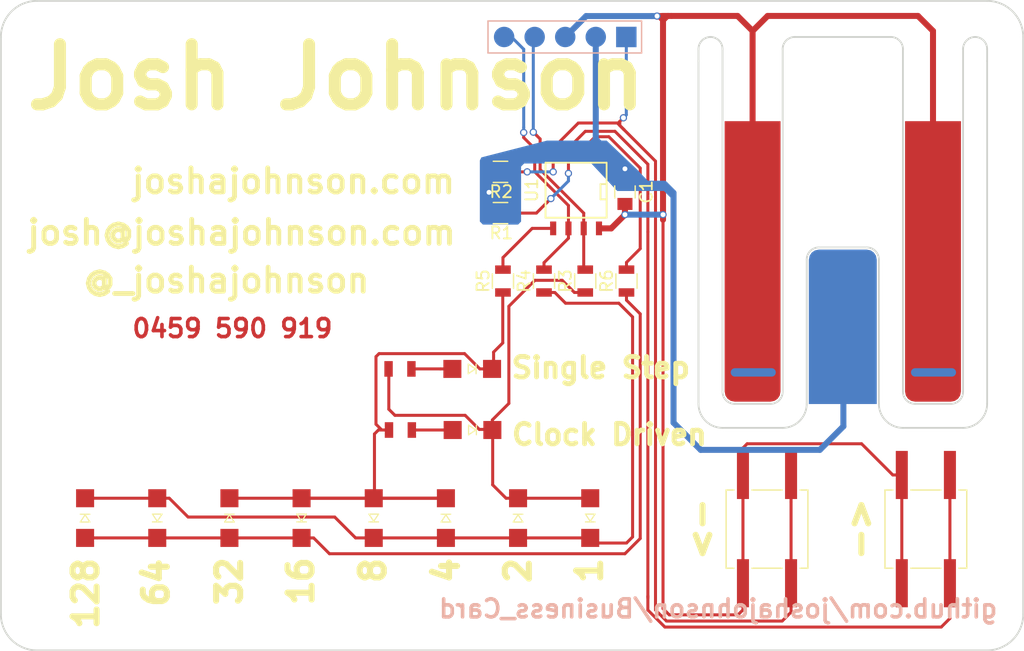
<source format=kicad_pcb>
(kicad_pcb (version 4) (host pcbnew 4.0.7)

  (general
    (links 45)
    (no_connects 0)
    (area 59.924999 54.924999 145.075001 109.075001)
    (thickness 1.6)
    (drawings 53)
    (tracks 233)
    (zones 0)
    (modules 23)
    (nets 15)
  )

  (page A4)
  (title_block
    (title "Business Card")
    (date 2018-06-22)
    (rev 1.0)
    (company "Josh Johnson")
  )

  (layers
    (0 F.Cu signal)
    (31 B.Cu signal)
    (32 B.Adhes user)
    (33 F.Adhes user)
    (34 B.Paste user)
    (35 F.Paste user)
    (36 B.SilkS user)
    (37 F.SilkS user)
    (38 B.Mask user)
    (39 F.Mask user)
    (40 Dwgs.User user)
    (41 Cmts.User user)
    (42 Eco1.User user)
    (43 Eco2.User user)
    (44 Edge.Cuts user)
    (45 Margin user)
    (46 B.CrtYd user hide)
    (47 F.CrtYd user hide)
    (48 B.Fab user hide)
    (49 F.Fab user hide)
  )

  (setup
    (last_trace_width 0.25)
    (trace_clearance 0.2)
    (zone_clearance 0.1)
    (zone_45_only no)
    (trace_min 0.2)
    (segment_width 0.2)
    (edge_width 0.15)
    (via_size 0.6)
    (via_drill 0.4)
    (via_min_size 0.4)
    (via_min_drill 0.3)
    (uvia_size 0.3)
    (uvia_drill 0.1)
    (uvias_allowed no)
    (uvia_min_size 0.2)
    (uvia_min_drill 0.1)
    (pcb_text_width 0.3)
    (pcb_text_size 1.5 1.5)
    (mod_edge_width 0.15)
    (mod_text_size 1 1)
    (mod_text_width 0.15)
    (pad_size 4 1)
    (pad_drill 0)
    (pad_to_mask_clearance 0.2)
    (aux_axis_origin 0 0)
    (visible_elements 7FFFEFFF)
    (pcbplotparams
      (layerselection 0x010f0_80000001)
      (usegerberextensions false)
      (excludeedgelayer true)
      (linewidth 0.100000)
      (plotframeref false)
      (viasonmask false)
      (mode 1)
      (useauxorigin false)
      (hpglpennumber 1)
      (hpglpenspeed 20)
      (hpglpendiameter 15)
      (hpglpenoverlay 2)
      (psnegative false)
      (psa4output false)
      (plotreference true)
      (plotvalue true)
      (plotinvisibletext false)
      (padsonsilk false)
      (subtractmaskfromsilk false)
      (outputformat 1)
      (mirror false)
      (drillshape 0)
      (scaleselection 1)
      (outputdirectory gerbers_v1.0/))
  )

  (net 0 "")
  (net 1 VCC)
  (net 2 GND)
  (net 3 "Net-(D1-Pad2)")
  (net 4 "Net-(D1-Pad1)")
  (net 5 "Net-(D3-Pad1)")
  (net 6 "Net-(D5-Pad1)")
  (net 7 "Net-(D9-Pad2)")
  (net 8 "Net-(D10-Pad2)")
  (net 9 VPP/~MCLR)
  (net 10 ICSPDAT)
  (net 11 ICSPCLK)
  (net 12 "Net-(R1-Pad2)")
  (net 13 "Net-(R5-Pad2)")
  (net 14 RA5)

  (net_class Default "This is the default net class."
    (clearance 0.2)
    (trace_width 0.25)
    (via_dia 0.6)
    (via_drill 0.4)
    (uvia_dia 0.3)
    (uvia_drill 0.1)
    (add_net GND)
    (add_net ICSPCLK)
    (add_net ICSPDAT)
    (add_net "Net-(D1-Pad1)")
    (add_net "Net-(D1-Pad2)")
    (add_net "Net-(D10-Pad2)")
    (add_net "Net-(D3-Pad1)")
    (add_net "Net-(D5-Pad1)")
    (add_net "Net-(D9-Pad2)")
    (add_net "Net-(R1-Pad2)")
    (add_net "Net-(R5-Pad2)")
    (add_net RA5)
    (add_net VCC)
    (add_net VPP/~MCLR)
  )

  (module business_card_footprints:KSEK43GLFS_NoREFDES (layer F.Cu) (tedit 5B2ED7D3) (tstamp 5B2CD7C9)
    (at 123.698 98.917 90)
    (descr "Middle Stroke Tactile Switch, B3SL")
    (tags "Middle Stroke Tactile Switch")
    (path /5B2CB897)
    (attr smd)
    (fp_text reference <- (at 0 -5.5 90) (layer F.SilkS)
      (effects (font (size 2 2) (thickness 0.5)))
    )
    (fp_text value SW_Push (at 0 4.75 90) (layer F.Fab)
      (effects (font (size 1 1) (thickness 0.15)))
    )
    (fp_text user %R (at 0 -4.5 90) (layer F.Fab)
      (effects (font (size 1 1) (thickness 0.15)))
    )
    (fp_line (start -4.5 3.65) (end 4.5 3.65) (layer F.CrtYd) (width 0.05))
    (fp_line (start 4.5 3.65) (end 4.5 -3.65) (layer F.CrtYd) (width 0.05))
    (fp_line (start 4.5 -3.65) (end -4.5 -3.65) (layer F.CrtYd) (width 0.05))
    (fp_line (start -4.5 -3.65) (end -4.5 3.65) (layer F.CrtYd) (width 0.05))
    (fp_line (start 3.25 2.75) (end 3.25 3.4) (layer F.SilkS) (width 0.12))
    (fp_line (start 3.25 3.4) (end -3.25 3.4) (layer F.SilkS) (width 0.12))
    (fp_line (start -3.25 3.4) (end -3.25 2.75) (layer F.SilkS) (width 0.12))
    (fp_line (start 3.25 -2.75) (end 3.25 -3.4) (layer F.SilkS) (width 0.12))
    (fp_line (start 3.25 -3.4) (end -3.25 -3.4) (layer F.SilkS) (width 0.12))
    (fp_line (start -3.25 -3.4) (end -3.25 -2.75) (layer F.SilkS) (width 0.12))
    (fp_line (start 3.25 -1.25) (end 3.25 1.25) (layer F.SilkS) (width 0.12))
    (fp_line (start -3.25 -1.25) (end -3.25 1.25) (layer F.SilkS) (width 0.12))
    (fp_line (start -3.1 -3.25) (end 3.1 -3.25) (layer F.Fab) (width 0.1))
    (fp_line (start 3.1 -3.25) (end 3.1 3.25) (layer F.Fab) (width 0.1))
    (fp_line (start 3.1 3.25) (end -3.1 3.25) (layer F.Fab) (width 0.1))
    (fp_line (start -3.1 3.25) (end -3.1 -3.25) (layer F.Fab) (width 0.1))
    (fp_circle (center 0 0) (end 1.25 0) (layer F.Fab) (width 0.1))
    (pad 1 smd rect (at -4.5 -2 90) (size 4 1) (layers F.Cu F.Paste F.Mask)
      (net 2 GND))
    (pad 1 smd rect (at 4.5 -2 90) (size 4 1) (layers F.Cu F.Paste F.Mask)
      (net 2 GND))
    (pad 2 smd rect (at 4.5 2 90) (size 4 1) (layers F.Cu F.Paste F.Mask)
      (net 9 VPP/~MCLR))
    (pad 2 smd rect (at -4.5 2 90) (size 4 1) (layers F.Cu F.Paste F.Mask)
      (net 9 VPP/~MCLR))
    (model ${KISYS3DMOD}/Buttons_Switches_SMD.3dshapes/SW_SPST_B3SL-1022P.wrl
      (at (xyz 0 0 0))
      (scale (xyz 1 1 1))
      (rotate (xyz 0 0 0))
    )
  )

  (module business_card_footprints:LED_1206_NO_REFDES (layer F.Cu) (tedit 5B2ED518) (tstamp 5B2CD71F)
    (at 99.2124 90.678 180)
    (descr "LED 1206 smd package")
    (tags "LED led 1206 SMD smd SMT smt smdled SMDLED smtled SMTLED")
    (path /5B2CA23F)
    (attr smd)
    (fp_text reference "" (at -4.362 -0.068 180) (layer F.SilkS)
      (effects (font (size 2 2) (thickness 0.5)))
    )
    (fp_text value LED (at 0 1.7 180) (layer F.Fab)
      (effects (font (size 1 1) (thickness 0.15)))
    )
    (fp_line (start -0.32 -0.4) (end -0.32 0.4) (layer F.SilkS) (width 0.1))
    (fp_line (start -0.27 0) (end 0.33 -0.4) (layer F.SilkS) (width 0.1))
    (fp_line (start 0.33 0.4) (end -0.27 0) (layer F.SilkS) (width 0.1))
    (fp_line (start 0.33 -0.4) (end 0.33 0.4) (layer F.SilkS) (width 0.1))
    (fp_line (start 1.6 0.8) (end -1.6 0.8) (layer F.Fab) (width 0.1))
    (fp_line (start 1.6 -0.8) (end 1.6 0.8) (layer F.Fab) (width 0.1))
    (fp_line (start -1.6 -0.8) (end 1.6 -0.8) (layer F.Fab) (width 0.1))
    (fp_line (start -1.6 0.8) (end -1.6 -0.8) (layer F.Fab) (width 0.1))
    (fp_line (start 2.65 -1) (end 2.65 1) (layer F.CrtYd) (width 0.05))
    (fp_line (start 2.65 1) (end -2.65 1) (layer F.CrtYd) (width 0.05))
    (fp_line (start -2.65 1) (end -2.65 -1) (layer F.CrtYd) (width 0.05))
    (fp_line (start -2.65 -1) (end 2.65 -1) (layer F.CrtYd) (width 0.05))
    (pad 2 smd rect (at 1.65 0) (size 1.5 1.5) (layers F.Cu F.Paste F.Mask)
      (net 8 "Net-(D10-Pad2)"))
    (pad 1 smd rect (at -1.65 0) (size 1.5 1.5) (layers F.Cu F.Paste F.Mask)
      (net 3 "Net-(D1-Pad2)"))
    (model ${KISYS3DMOD}/LEDs.3dshapes/LED_1206.wrl
      (at (xyz 0 0 0))
      (scale (xyz 1 1 1))
      (rotate (xyz 0 0 180))
    )
  )

  (module Capacitors_SMD:C_0805 (layer F.Cu) (tedit 58AA8463) (tstamp 5B2CD66B)
    (at 111.887 70.882 270)
    (descr "Capacitor SMD 0805, reflow soldering, AVX (see smccp.pdf)")
    (tags "capacitor 0805")
    (path /5B2CD517)
    (attr smd)
    (fp_text reference C1 (at 0 -1.778 270) (layer F.SilkS)
      (effects (font (size 1 1) (thickness 0.15)))
    )
    (fp_text value 0.1u (at 0 1.75 270) (layer F.Fab)
      (effects (font (size 1 1) (thickness 0.15)))
    )
    (fp_text user %R (at 0 -1.5 270) (layer F.Fab)
      (effects (font (size 1 1) (thickness 0.15)))
    )
    (fp_line (start -1 0.62) (end -1 -0.62) (layer F.Fab) (width 0.1))
    (fp_line (start 1 0.62) (end -1 0.62) (layer F.Fab) (width 0.1))
    (fp_line (start 1 -0.62) (end 1 0.62) (layer F.Fab) (width 0.1))
    (fp_line (start -1 -0.62) (end 1 -0.62) (layer F.Fab) (width 0.1))
    (fp_line (start 0.5 -0.85) (end -0.5 -0.85) (layer F.SilkS) (width 0.12))
    (fp_line (start -0.5 0.85) (end 0.5 0.85) (layer F.SilkS) (width 0.12))
    (fp_line (start -1.75 -0.88) (end 1.75 -0.88) (layer F.CrtYd) (width 0.05))
    (fp_line (start -1.75 -0.88) (end -1.75 0.87) (layer F.CrtYd) (width 0.05))
    (fp_line (start 1.75 0.87) (end 1.75 -0.88) (layer F.CrtYd) (width 0.05))
    (fp_line (start 1.75 0.87) (end -1.75 0.87) (layer F.CrtYd) (width 0.05))
    (pad 1 smd rect (at -1 0 270) (size 1 1.25) (layers F.Cu F.Paste F.Mask)
      (net 1 VCC))
    (pad 2 smd rect (at 1 0 270) (size 1 1.25) (layers F.Cu F.Paste F.Mask)
      (net 2 GND))
    (model Capacitors_SMD.3dshapes/C_0805.wrl
      (at (xyz 0 0 0))
      (scale (xyz 1 1 1))
      (rotate (xyz 0 0 0))
    )
  )

  (module Resistors_SMD:R_0805 (layer F.Cu) (tedit 58E0A804) (tstamp 5B2CD74A)
    (at 101.539 72.644)
    (descr "Resistor SMD 0805, reflow soldering, Vishay (see dcrcw.pdf)")
    (tags "resistor 0805")
    (path /5B2CBA2F)
    (attr smd)
    (fp_text reference R1 (at 0.066 1.651) (layer F.SilkS)
      (effects (font (size 1 1) (thickness 0.15)))
    )
    (fp_text value 10k (at 0 1.75) (layer F.Fab)
      (effects (font (size 1 1) (thickness 0.15)))
    )
    (fp_text user %R (at 0 0) (layer F.Fab)
      (effects (font (size 0.5 0.5) (thickness 0.075)))
    )
    (fp_line (start -1 0.62) (end -1 -0.62) (layer F.Fab) (width 0.1))
    (fp_line (start 1 0.62) (end -1 0.62) (layer F.Fab) (width 0.1))
    (fp_line (start 1 -0.62) (end 1 0.62) (layer F.Fab) (width 0.1))
    (fp_line (start -1 -0.62) (end 1 -0.62) (layer F.Fab) (width 0.1))
    (fp_line (start 0.6 0.88) (end -0.6 0.88) (layer F.SilkS) (width 0.12))
    (fp_line (start -0.6 -0.88) (end 0.6 -0.88) (layer F.SilkS) (width 0.12))
    (fp_line (start -1.55 -0.9) (end 1.55 -0.9) (layer F.CrtYd) (width 0.05))
    (fp_line (start -1.55 -0.9) (end -1.55 0.9) (layer F.CrtYd) (width 0.05))
    (fp_line (start 1.55 0.9) (end 1.55 -0.9) (layer F.CrtYd) (width 0.05))
    (fp_line (start 1.55 0.9) (end -1.55 0.9) (layer F.CrtYd) (width 0.05))
    (pad 1 smd rect (at -0.95 0) (size 0.7 1.3) (layers F.Cu F.Paste F.Mask)
      (net 1 VCC))
    (pad 2 smd rect (at 0.95 0) (size 0.7 1.3) (layers F.Cu F.Paste F.Mask)
      (net 12 "Net-(R1-Pad2)"))
    (model ${KISYS3DMOD}/Resistors_SMD.3dshapes/R_0805.wrl
      (at (xyz 0 0 0))
      (scale (xyz 1 1 1))
      (rotate (xyz 0 0 0))
    )
  )

  (module Resistors_SMD:R_0805 (layer F.Cu) (tedit 58E0A804) (tstamp 5B2CD75B)
    (at 101.539 69.215)
    (descr "Resistor SMD 0805, reflow soldering, Vishay (see dcrcw.pdf)")
    (tags "resistor 0805")
    (path /5B2CE6AD)
    (attr smd)
    (fp_text reference R2 (at 0.061 1.651) (layer F.SilkS)
      (effects (font (size 1 1) (thickness 0.15)))
    )
    (fp_text value 10k (at 0 1.75) (layer F.Fab)
      (effects (font (size 1 1) (thickness 0.15)))
    )
    (fp_text user %R (at 0 0) (layer F.Fab)
      (effects (font (size 0.5 0.5) (thickness 0.075)))
    )
    (fp_line (start -1 0.62) (end -1 -0.62) (layer F.Fab) (width 0.1))
    (fp_line (start 1 0.62) (end -1 0.62) (layer F.Fab) (width 0.1))
    (fp_line (start 1 -0.62) (end 1 0.62) (layer F.Fab) (width 0.1))
    (fp_line (start -1 -0.62) (end 1 -0.62) (layer F.Fab) (width 0.1))
    (fp_line (start 0.6 0.88) (end -0.6 0.88) (layer F.SilkS) (width 0.12))
    (fp_line (start -0.6 -0.88) (end 0.6 -0.88) (layer F.SilkS) (width 0.12))
    (fp_line (start -1.55 -0.9) (end 1.55 -0.9) (layer F.CrtYd) (width 0.05))
    (fp_line (start -1.55 -0.9) (end -1.55 0.9) (layer F.CrtYd) (width 0.05))
    (fp_line (start 1.55 0.9) (end 1.55 -0.9) (layer F.CrtYd) (width 0.05))
    (fp_line (start 1.55 0.9) (end -1.55 0.9) (layer F.CrtYd) (width 0.05))
    (pad 1 smd rect (at -0.95 0) (size 0.7 1.3) (layers F.Cu F.Paste F.Mask)
      (net 1 VCC))
    (pad 2 smd rect (at 0.95 0) (size 0.7 1.3) (layers F.Cu F.Paste F.Mask)
      (net 9 VPP/~MCLR))
    (model ${KISYS3DMOD}/Resistors_SMD.3dshapes/R_0805.wrl
      (at (xyz 0 0 0))
      (scale (xyz 1 1 1))
      (rotate (xyz 0 0 0))
    )
  )

  (module Resistors_SMD:R_0805 (layer F.Cu) (tedit 58E0A804) (tstamp 5B2CD76C)
    (at 108.585 78.293 90)
    (descr "Resistor SMD 0805, reflow soldering, Vishay (see dcrcw.pdf)")
    (tags "resistor 0805")
    (path /5B2CAF0D)
    (attr smd)
    (fp_text reference R3 (at 0 -1.65 90) (layer F.SilkS)
      (effects (font (size 1 1) (thickness 0.15)))
    )
    (fp_text value 65R (at 0 1.75 90) (layer F.Fab)
      (effects (font (size 1 1) (thickness 0.15)))
    )
    (fp_text user %R (at 0 0 90) (layer F.Fab)
      (effects (font (size 0.5 0.5) (thickness 0.075)))
    )
    (fp_line (start -1 0.62) (end -1 -0.62) (layer F.Fab) (width 0.1))
    (fp_line (start 1 0.62) (end -1 0.62) (layer F.Fab) (width 0.1))
    (fp_line (start 1 -0.62) (end 1 0.62) (layer F.Fab) (width 0.1))
    (fp_line (start -1 -0.62) (end 1 -0.62) (layer F.Fab) (width 0.1))
    (fp_line (start 0.6 0.88) (end -0.6 0.88) (layer F.SilkS) (width 0.12))
    (fp_line (start -0.6 -0.88) (end 0.6 -0.88) (layer F.SilkS) (width 0.12))
    (fp_line (start -1.55 -0.9) (end 1.55 -0.9) (layer F.CrtYd) (width 0.05))
    (fp_line (start -1.55 -0.9) (end -1.55 0.9) (layer F.CrtYd) (width 0.05))
    (fp_line (start 1.55 0.9) (end 1.55 -0.9) (layer F.CrtYd) (width 0.05))
    (fp_line (start 1.55 0.9) (end -1.55 0.9) (layer F.CrtYd) (width 0.05))
    (pad 1 smd rect (at -0.95 0 90) (size 0.7 1.3) (layers F.Cu F.Paste F.Mask)
      (net 3 "Net-(D1-Pad2)"))
    (pad 2 smd rect (at 0.95 0 90) (size 0.7 1.3) (layers F.Cu F.Paste F.Mask)
      (net 10 ICSPDAT))
    (model ${KISYS3DMOD}/Resistors_SMD.3dshapes/R_0805.wrl
      (at (xyz 0 0 0))
      (scale (xyz 1 1 1))
      (rotate (xyz 0 0 0))
    )
  )

  (module Resistors_SMD:R_0805 (layer F.Cu) (tedit 58E0A804) (tstamp 5B2CD77D)
    (at 105.156 78.293 90)
    (descr "Resistor SMD 0805, reflow soldering, Vishay (see dcrcw.pdf)")
    (tags "resistor 0805")
    (path /5B2CAEA1)
    (attr smd)
    (fp_text reference R4 (at 0 -1.65 90) (layer F.SilkS)
      (effects (font (size 1 1) (thickness 0.15)))
    )
    (fp_text value 65R (at 0 1.75 90) (layer F.Fab)
      (effects (font (size 1 1) (thickness 0.15)))
    )
    (fp_text user %R (at 0 0 90) (layer F.Fab)
      (effects (font (size 0.5 0.5) (thickness 0.075)))
    )
    (fp_line (start -1 0.62) (end -1 -0.62) (layer F.Fab) (width 0.1))
    (fp_line (start 1 0.62) (end -1 0.62) (layer F.Fab) (width 0.1))
    (fp_line (start 1 -0.62) (end 1 0.62) (layer F.Fab) (width 0.1))
    (fp_line (start -1 -0.62) (end 1 -0.62) (layer F.Fab) (width 0.1))
    (fp_line (start 0.6 0.88) (end -0.6 0.88) (layer F.SilkS) (width 0.12))
    (fp_line (start -0.6 -0.88) (end 0.6 -0.88) (layer F.SilkS) (width 0.12))
    (fp_line (start -1.55 -0.9) (end 1.55 -0.9) (layer F.CrtYd) (width 0.05))
    (fp_line (start -1.55 -0.9) (end -1.55 0.9) (layer F.CrtYd) (width 0.05))
    (fp_line (start 1.55 0.9) (end 1.55 -0.9) (layer F.CrtYd) (width 0.05))
    (fp_line (start 1.55 0.9) (end -1.55 0.9) (layer F.CrtYd) (width 0.05))
    (pad 1 smd rect (at -0.95 0 90) (size 0.7 1.3) (layers F.Cu F.Paste F.Mask)
      (net 4 "Net-(D1-Pad1)"))
    (pad 2 smd rect (at 0.95 0 90) (size 0.7 1.3) (layers F.Cu F.Paste F.Mask)
      (net 11 ICSPCLK))
    (model ${KISYS3DMOD}/Resistors_SMD.3dshapes/R_0805.wrl
      (at (xyz 0 0 0))
      (scale (xyz 1 1 1))
      (rotate (xyz 0 0 0))
    )
  )

  (module Resistors_SMD:R_0805 (layer F.Cu) (tedit 58E0A804) (tstamp 5B2CD78E)
    (at 101.743 78.293 90)
    (descr "Resistor SMD 0805, reflow soldering, Vishay (see dcrcw.pdf)")
    (tags "resistor 0805")
    (path /5B2CACB4)
    (attr smd)
    (fp_text reference R5 (at 0 -1.65 90) (layer F.SilkS)
      (effects (font (size 1 1) (thickness 0.15)))
    )
    (fp_text value 65R (at 0 1.75 90) (layer F.Fab)
      (effects (font (size 1 1) (thickness 0.15)))
    )
    (fp_text user %R (at 0 0 90) (layer F.Fab)
      (effects (font (size 0.5 0.5) (thickness 0.075)))
    )
    (fp_line (start -1 0.62) (end -1 -0.62) (layer F.Fab) (width 0.1))
    (fp_line (start 1 0.62) (end -1 0.62) (layer F.Fab) (width 0.1))
    (fp_line (start 1 -0.62) (end 1 0.62) (layer F.Fab) (width 0.1))
    (fp_line (start -1 -0.62) (end 1 -0.62) (layer F.Fab) (width 0.1))
    (fp_line (start 0.6 0.88) (end -0.6 0.88) (layer F.SilkS) (width 0.12))
    (fp_line (start -0.6 -0.88) (end 0.6 -0.88) (layer F.SilkS) (width 0.12))
    (fp_line (start -1.55 -0.9) (end 1.55 -0.9) (layer F.CrtYd) (width 0.05))
    (fp_line (start -1.55 -0.9) (end -1.55 0.9) (layer F.CrtYd) (width 0.05))
    (fp_line (start 1.55 0.9) (end 1.55 -0.9) (layer F.CrtYd) (width 0.05))
    (fp_line (start 1.55 0.9) (end -1.55 0.9) (layer F.CrtYd) (width 0.05))
    (pad 1 smd rect (at -0.95 0 90) (size 0.7 1.3) (layers F.Cu F.Paste F.Mask)
      (net 5 "Net-(D3-Pad1)"))
    (pad 2 smd rect (at 0.95 0 90) (size 0.7 1.3) (layers F.Cu F.Paste F.Mask)
      (net 13 "Net-(R5-Pad2)"))
    (model ${KISYS3DMOD}/Resistors_SMD.3dshapes/R_0805.wrl
      (at (xyz 0 0 0))
      (scale (xyz 1 1 1))
      (rotate (xyz 0 0 0))
    )
  )

  (module Resistors_SMD:R_0805 (layer F.Cu) (tedit 58E0A804) (tstamp 5B2CD79F)
    (at 112.014 78.293 90)
    (descr "Resistor SMD 0805, reflow soldering, Vishay (see dcrcw.pdf)")
    (tags "resistor 0805")
    (path /5B2CAC73)
    (attr smd)
    (fp_text reference R6 (at 0 -1.65 90) (layer F.SilkS)
      (effects (font (size 1 1) (thickness 0.15)))
    )
    (fp_text value 65R (at 0 1.75 90) (layer F.Fab)
      (effects (font (size 1 1) (thickness 0.15)))
    )
    (fp_text user %R (at 0 0 90) (layer F.Fab)
      (effects (font (size 0.5 0.5) (thickness 0.075)))
    )
    (fp_line (start -1 0.62) (end -1 -0.62) (layer F.Fab) (width 0.1))
    (fp_line (start 1 0.62) (end -1 0.62) (layer F.Fab) (width 0.1))
    (fp_line (start 1 -0.62) (end 1 0.62) (layer F.Fab) (width 0.1))
    (fp_line (start -1 -0.62) (end 1 -0.62) (layer F.Fab) (width 0.1))
    (fp_line (start 0.6 0.88) (end -0.6 0.88) (layer F.SilkS) (width 0.12))
    (fp_line (start -0.6 -0.88) (end 0.6 -0.88) (layer F.SilkS) (width 0.12))
    (fp_line (start -1.55 -0.9) (end 1.55 -0.9) (layer F.CrtYd) (width 0.05))
    (fp_line (start -1.55 -0.9) (end -1.55 0.9) (layer F.CrtYd) (width 0.05))
    (fp_line (start 1.55 0.9) (end 1.55 -0.9) (layer F.CrtYd) (width 0.05))
    (fp_line (start 1.55 0.9) (end -1.55 0.9) (layer F.CrtYd) (width 0.05))
    (pad 1 smd rect (at -0.95 0 90) (size 0.7 1.3) (layers F.Cu F.Paste F.Mask)
      (net 6 "Net-(D5-Pad1)"))
    (pad 2 smd rect (at 0.95 0 90) (size 0.7 1.3) (layers F.Cu F.Paste F.Mask)
      (net 14 RA5))
    (model ${KISYS3DMOD}/Resistors_SMD.3dshapes/R_0805.wrl
      (at (xyz 0 0 0))
      (scale (xyz 1 1 1))
      (rotate (xyz 0 0 0))
    )
  )

  (module business_card_footprints:KSEK43GLFS_NoREFDES (layer F.Cu) (tedit 5B2ED7B9) (tstamp 5B2CD7D1)
    (at 136.906 98.917 90)
    (descr "Middle Stroke Tactile Switch, B3SL")
    (tags "Middle Stroke Tactile Switch")
    (path /5B2CB81A)
    (attr smd)
    (fp_text reference -> (at 0 -5.5 90) (layer F.SilkS)
      (effects (font (size 2 2) (thickness 0.5)))
    )
    (fp_text value SW_Push (at 0 4.75 90) (layer F.Fab)
      (effects (font (size 1 1) (thickness 0.15)))
    )
    (fp_text user %R (at 0 -4.5 90) (layer F.Fab)
      (effects (font (size 1 1) (thickness 0.15)))
    )
    (fp_line (start -4.5 3.65) (end 4.5 3.65) (layer F.CrtYd) (width 0.05))
    (fp_line (start 4.5 3.65) (end 4.5 -3.65) (layer F.CrtYd) (width 0.05))
    (fp_line (start 4.5 -3.65) (end -4.5 -3.65) (layer F.CrtYd) (width 0.05))
    (fp_line (start -4.5 -3.65) (end -4.5 3.65) (layer F.CrtYd) (width 0.05))
    (fp_line (start 3.25 2.75) (end 3.25 3.4) (layer F.SilkS) (width 0.12))
    (fp_line (start 3.25 3.4) (end -3.25 3.4) (layer F.SilkS) (width 0.12))
    (fp_line (start -3.25 3.4) (end -3.25 2.75) (layer F.SilkS) (width 0.12))
    (fp_line (start 3.25 -2.75) (end 3.25 -3.4) (layer F.SilkS) (width 0.12))
    (fp_line (start 3.25 -3.4) (end -3.25 -3.4) (layer F.SilkS) (width 0.12))
    (fp_line (start -3.25 -3.4) (end -3.25 -2.75) (layer F.SilkS) (width 0.12))
    (fp_line (start 3.25 -1.25) (end 3.25 1.25) (layer F.SilkS) (width 0.12))
    (fp_line (start -3.25 -1.25) (end -3.25 1.25) (layer F.SilkS) (width 0.12))
    (fp_line (start -3.1 -3.25) (end 3.1 -3.25) (layer F.Fab) (width 0.1))
    (fp_line (start 3.1 -3.25) (end 3.1 3.25) (layer F.Fab) (width 0.1))
    (fp_line (start 3.1 3.25) (end -3.1 3.25) (layer F.Fab) (width 0.1))
    (fp_line (start -3.1 3.25) (end -3.1 -3.25) (layer F.Fab) (width 0.1))
    (fp_circle (center 0 0) (end 1.25 0) (layer F.Fab) (width 0.1))
    (pad 1 smd rect (at -4.5 -2 90) (size 4 1) (layers F.Cu F.Paste F.Mask)
      (net 2 GND))
    (pad 1 smd rect (at 4.5 -2 90) (size 4 1) (layers F.Cu F.Paste F.Mask)
      (net 2 GND))
    (pad 2 smd rect (at 4.5 2 90) (size 4 1) (layers F.Cu F.Paste F.Mask)
      (net 12 "Net-(R1-Pad2)"))
    (pad 2 smd rect (at -4.5 2 90) (size 4 1) (layers F.Cu F.Paste F.Mask)
      (net 12 "Net-(R1-Pad2)"))
    (model ${KISYS3DMOD}/Buttons_Switches_SMD.3dshapes/SW_SPST_B3SL-1022P.wrl
      (at (xyz 0 0 0))
      (scale (xyz 1 1 1))
      (rotate (xyz 0 0 0))
    )
  )

  (module SMD_Packages:SOIC-8-N (layer F.Cu) (tedit 0) (tstamp 5B2CD7DD)
    (at 107.823 70.739 180)
    (descr "Module Narrow CMS SOJ 8 pins large")
    (tags "CMS SOJ")
    (path /5B2C9C1F)
    (attr smd)
    (fp_text reference U1 (at 3.683 0 270) (layer F.SilkS)
      (effects (font (size 1 1) (thickness 0.15)))
    )
    (fp_text value PIC12F1822 (at 0 1.27 180) (layer F.Fab)
      (effects (font (size 1 1) (thickness 0.15)))
    )
    (fp_line (start -2.54 -2.286) (end 2.54 -2.286) (layer F.SilkS) (width 0.15))
    (fp_line (start 2.54 -2.286) (end 2.54 2.286) (layer F.SilkS) (width 0.15))
    (fp_line (start 2.54 2.286) (end -2.54 2.286) (layer F.SilkS) (width 0.15))
    (fp_line (start -2.54 2.286) (end -2.54 -2.286) (layer F.SilkS) (width 0.15))
    (fp_line (start -2.54 -0.762) (end -2.032 -0.762) (layer F.SilkS) (width 0.15))
    (fp_line (start -2.032 -0.762) (end -2.032 0.508) (layer F.SilkS) (width 0.15))
    (fp_line (start -2.032 0.508) (end -2.54 0.508) (layer F.SilkS) (width 0.15))
    (pad 8 smd rect (at -1.905 -3.175 180) (size 0.508 1.143) (layers F.Cu F.Paste F.Mask)
      (net 2 GND))
    (pad 7 smd rect (at -0.635 -3.175 180) (size 0.508 1.143) (layers F.Cu F.Paste F.Mask)
      (net 10 ICSPDAT))
    (pad 6 smd rect (at 0.635 -3.175 180) (size 0.508 1.143) (layers F.Cu F.Paste F.Mask)
      (net 11 ICSPCLK))
    (pad 5 smd rect (at 1.905 -3.175 180) (size 0.508 1.143) (layers F.Cu F.Paste F.Mask)
      (net 13 "Net-(R5-Pad2)"))
    (pad 4 smd rect (at 1.905 3.175 180) (size 0.508 1.143) (layers F.Cu F.Paste F.Mask)
      (net 9 VPP/~MCLR))
    (pad 3 smd rect (at 0.635 3.175 180) (size 0.508 1.143) (layers F.Cu F.Paste F.Mask)
      (net 12 "Net-(R1-Pad2)"))
    (pad 2 smd rect (at -0.635 3.175 180) (size 0.508 1.143) (layers F.Cu F.Paste F.Mask)
      (net 14 RA5))
    (pad 1 smd rect (at -1.905 3.175 180) (size 0.508 1.143) (layers F.Cu F.Paste F.Mask)
      (net 1 VCC))
    (model SMD_Packages.3dshapes/SOIC-8-N.wrl
      (at (xyz 0 0 0))
      (scale (xyz 0.5 0.38 0.5))
      (rotate (xyz 0 0 0))
    )
  )

  (module business_card_footprints:LED_1206_NO_REFDES (layer F.Cu) (tedit 5B2E2D72) (tstamp 5B2CD6A1)
    (at 97 98 270)
    (descr "LED 1206 smd package")
    (tags "LED led 1206 SMD smd SMT smt smdled SMDLED smtled SMTLED")
    (path /5B2C9DDC)
    (attr smd)
    (fp_text reference 4 (at 4.362 -0.028 270) (layer F.SilkS)
      (effects (font (size 2 2) (thickness 0.5)))
    )
    (fp_text value LED (at 0 1.7 270) (layer F.Fab)
      (effects (font (size 1 1) (thickness 0.15)))
    )
    (fp_line (start -0.32 -0.4) (end -0.32 0.4) (layer F.SilkS) (width 0.1))
    (fp_line (start -0.27 0) (end 0.33 -0.4) (layer F.SilkS) (width 0.1))
    (fp_line (start 0.33 0.4) (end -0.27 0) (layer F.SilkS) (width 0.1))
    (fp_line (start 0.33 -0.4) (end 0.33 0.4) (layer F.SilkS) (width 0.1))
    (fp_line (start 1.6 0.8) (end -1.6 0.8) (layer F.Fab) (width 0.1))
    (fp_line (start 1.6 -0.8) (end 1.6 0.8) (layer F.Fab) (width 0.1))
    (fp_line (start -1.6 -0.8) (end 1.6 -0.8) (layer F.Fab) (width 0.1))
    (fp_line (start -1.6 0.8) (end -1.6 -0.8) (layer F.Fab) (width 0.1))
    (fp_line (start 2.65 -1) (end 2.65 1) (layer F.CrtYd) (width 0.05))
    (fp_line (start 2.65 1) (end -2.65 1) (layer F.CrtYd) (width 0.05))
    (fp_line (start -2.65 1) (end -2.65 -1) (layer F.CrtYd) (width 0.05))
    (fp_line (start -2.65 -1) (end 2.65 -1) (layer F.CrtYd) (width 0.05))
    (pad 2 smd rect (at 1.65 0 90) (size 1.5 1.5) (layers F.Cu F.Paste F.Mask)
      (net 4 "Net-(D1-Pad1)"))
    (pad 1 smd rect (at -1.65 0 90) (size 1.5 1.5) (layers F.Cu F.Paste F.Mask)
      (net 5 "Net-(D3-Pad1)"))
    (model ${KISYS3DMOD}/LEDs.3dshapes/LED_1206.wrl
      (at (xyz 0 0 0))
      (scale (xyz 1 1 1))
      (rotate (xyz 0 0 180))
    )
  )

  (module business_card_footprints:LED_1206_NO_REFDES (layer F.Cu) (tedit 5B2E2D72) (tstamp 5B2CD67D)
    (at 109 98 90)
    (descr "LED 1206 smd package")
    (tags "LED led 1206 SMD smd SMT smt smdled SMDLED smtled SMTLED")
    (path /5B2C9CE5)
    (attr smd)
    (fp_text reference 1 (at -4.362 -0.068 90) (layer F.SilkS)
      (effects (font (size 2 2) (thickness 0.5)))
    )
    (fp_text value LED (at 0 1.7 90) (layer F.Fab)
      (effects (font (size 1 1) (thickness 0.15)))
    )
    (fp_line (start -0.32 -0.4) (end -0.32 0.4) (layer F.SilkS) (width 0.1))
    (fp_line (start -0.27 0) (end 0.33 -0.4) (layer F.SilkS) (width 0.1))
    (fp_line (start 0.33 0.4) (end -0.27 0) (layer F.SilkS) (width 0.1))
    (fp_line (start 0.33 -0.4) (end 0.33 0.4) (layer F.SilkS) (width 0.1))
    (fp_line (start 1.6 0.8) (end -1.6 0.8) (layer F.Fab) (width 0.1))
    (fp_line (start 1.6 -0.8) (end 1.6 0.8) (layer F.Fab) (width 0.1))
    (fp_line (start -1.6 -0.8) (end 1.6 -0.8) (layer F.Fab) (width 0.1))
    (fp_line (start -1.6 0.8) (end -1.6 -0.8) (layer F.Fab) (width 0.1))
    (fp_line (start 2.65 -1) (end 2.65 1) (layer F.CrtYd) (width 0.05))
    (fp_line (start 2.65 1) (end -2.65 1) (layer F.CrtYd) (width 0.05))
    (fp_line (start -2.65 1) (end -2.65 -1) (layer F.CrtYd) (width 0.05))
    (fp_line (start -2.65 -1) (end 2.65 -1) (layer F.CrtYd) (width 0.05))
    (pad 2 smd rect (at 1.65 0 270) (size 1.5 1.5) (layers F.Cu F.Paste F.Mask)
      (net 3 "Net-(D1-Pad2)"))
    (pad 1 smd rect (at -1.65 0 270) (size 1.5 1.5) (layers F.Cu F.Paste F.Mask)
      (net 4 "Net-(D1-Pad1)"))
    (model ${KISYS3DMOD}/LEDs.3dshapes/LED_1206.wrl
      (at (xyz 0 0 0))
      (scale (xyz 1 1 1))
      (rotate (xyz 0 0 180))
    )
  )

  (module business_card_footprints:LED_1206_NO_REFDES (layer F.Cu) (tedit 5B2E2D72) (tstamp 5B2CD68F)
    (at 103 98 270)
    (descr "LED 1206 smd package")
    (tags "LED led 1206 SMD smd SMT smt smdled SMDLED smtled SMTLED")
    (path /5B2C9D3E)
    (attr smd)
    (fp_text reference 2 (at 4.362 0.003 270) (layer F.SilkS)
      (effects (font (size 2 2) (thickness 0.5)))
    )
    (fp_text value LED (at 0 1.7 270) (layer F.Fab)
      (effects (font (size 1 1) (thickness 0.15)))
    )
    (fp_line (start -0.32 -0.4) (end -0.32 0.4) (layer F.SilkS) (width 0.1))
    (fp_line (start -0.27 0) (end 0.33 -0.4) (layer F.SilkS) (width 0.1))
    (fp_line (start 0.33 0.4) (end -0.27 0) (layer F.SilkS) (width 0.1))
    (fp_line (start 0.33 -0.4) (end 0.33 0.4) (layer F.SilkS) (width 0.1))
    (fp_line (start 1.6 0.8) (end -1.6 0.8) (layer F.Fab) (width 0.1))
    (fp_line (start 1.6 -0.8) (end 1.6 0.8) (layer F.Fab) (width 0.1))
    (fp_line (start -1.6 -0.8) (end 1.6 -0.8) (layer F.Fab) (width 0.1))
    (fp_line (start -1.6 0.8) (end -1.6 -0.8) (layer F.Fab) (width 0.1))
    (fp_line (start 2.65 -1) (end 2.65 1) (layer F.CrtYd) (width 0.05))
    (fp_line (start 2.65 1) (end -2.65 1) (layer F.CrtYd) (width 0.05))
    (fp_line (start -2.65 1) (end -2.65 -1) (layer F.CrtYd) (width 0.05))
    (fp_line (start -2.65 -1) (end 2.65 -1) (layer F.CrtYd) (width 0.05))
    (pad 2 smd rect (at 1.65 0 90) (size 1.5 1.5) (layers F.Cu F.Paste F.Mask)
      (net 4 "Net-(D1-Pad1)"))
    (pad 1 smd rect (at -1.65 0 90) (size 1.5 1.5) (layers F.Cu F.Paste F.Mask)
      (net 3 "Net-(D1-Pad2)"))
    (model ${KISYS3DMOD}/LEDs.3dshapes/LED_1206.wrl
      (at (xyz 0 0 0))
      (scale (xyz 1 1 1))
      (rotate (xyz 0 0 180))
    )
  )

  (module business_card_footprints:LED_1206_NO_REFDES (layer F.Cu) (tedit 5B2E2D72) (tstamp 5B2CD6B3)
    (at 91 98 90)
    (descr "LED 1206 smd package")
    (tags "LED led 1206 SMD smd SMT smt smdled SMDLED smtled SMTLED")
    (path /5B2C9DE2)
    (attr smd)
    (fp_text reference 8 (at -4.362 -0.068 90) (layer F.SilkS)
      (effects (font (size 2 2) (thickness 0.5)))
    )
    (fp_text value LED (at 0 1.7 90) (layer F.Fab)
      (effects (font (size 1 1) (thickness 0.15)))
    )
    (fp_line (start -0.32 -0.4) (end -0.32 0.4) (layer F.SilkS) (width 0.1))
    (fp_line (start -0.27 0) (end 0.33 -0.4) (layer F.SilkS) (width 0.1))
    (fp_line (start 0.33 0.4) (end -0.27 0) (layer F.SilkS) (width 0.1))
    (fp_line (start 0.33 -0.4) (end 0.33 0.4) (layer F.SilkS) (width 0.1))
    (fp_line (start 1.6 0.8) (end -1.6 0.8) (layer F.Fab) (width 0.1))
    (fp_line (start 1.6 -0.8) (end 1.6 0.8) (layer F.Fab) (width 0.1))
    (fp_line (start -1.6 -0.8) (end 1.6 -0.8) (layer F.Fab) (width 0.1))
    (fp_line (start -1.6 0.8) (end -1.6 -0.8) (layer F.Fab) (width 0.1))
    (fp_line (start 2.65 -1) (end 2.65 1) (layer F.CrtYd) (width 0.05))
    (fp_line (start 2.65 1) (end -2.65 1) (layer F.CrtYd) (width 0.05))
    (fp_line (start -2.65 1) (end -2.65 -1) (layer F.CrtYd) (width 0.05))
    (fp_line (start -2.65 -1) (end 2.65 -1) (layer F.CrtYd) (width 0.05))
    (pad 2 smd rect (at 1.65 0 270) (size 1.5 1.5) (layers F.Cu F.Paste F.Mask)
      (net 5 "Net-(D3-Pad1)"))
    (pad 1 smd rect (at -1.65 0 270) (size 1.5 1.5) (layers F.Cu F.Paste F.Mask)
      (net 4 "Net-(D1-Pad1)"))
    (model ${KISYS3DMOD}/LEDs.3dshapes/LED_1206.wrl
      (at (xyz 0 0 0))
      (scale (xyz 1 1 1))
      (rotate (xyz 0 0 180))
    )
  )

  (module business_card_footprints:LED_1206_NO_REFDES (layer F.Cu) (tedit 5B2E2D72) (tstamp 5B2CD6C5)
    (at 85 98 90)
    (descr "LED 1206 smd package")
    (tags "LED led 1206 SMD smd SMT smt smdled SMDLED smtled SMTLED")
    (path /5B2C9E39)
    (attr smd)
    (fp_text reference 16 (at -5.251 -0.068 90) (layer F.SilkS)
      (effects (font (size 2 2) (thickness 0.5)))
    )
    (fp_text value LED (at 0 1.7 90) (layer F.Fab)
      (effects (font (size 1 1) (thickness 0.15)))
    )
    (fp_line (start -0.32 -0.4) (end -0.32 0.4) (layer F.SilkS) (width 0.1))
    (fp_line (start -0.27 0) (end 0.33 -0.4) (layer F.SilkS) (width 0.1))
    (fp_line (start 0.33 0.4) (end -0.27 0) (layer F.SilkS) (width 0.1))
    (fp_line (start 0.33 -0.4) (end 0.33 0.4) (layer F.SilkS) (width 0.1))
    (fp_line (start 1.6 0.8) (end -1.6 0.8) (layer F.Fab) (width 0.1))
    (fp_line (start 1.6 -0.8) (end 1.6 0.8) (layer F.Fab) (width 0.1))
    (fp_line (start -1.6 -0.8) (end 1.6 -0.8) (layer F.Fab) (width 0.1))
    (fp_line (start -1.6 0.8) (end -1.6 -0.8) (layer F.Fab) (width 0.1))
    (fp_line (start 2.65 -1) (end 2.65 1) (layer F.CrtYd) (width 0.05))
    (fp_line (start 2.65 1) (end -2.65 1) (layer F.CrtYd) (width 0.05))
    (fp_line (start -2.65 1) (end -2.65 -1) (layer F.CrtYd) (width 0.05))
    (fp_line (start -2.65 -1) (end 2.65 -1) (layer F.CrtYd) (width 0.05))
    (pad 2 smd rect (at 1.65 0 270) (size 1.5 1.5) (layers F.Cu F.Paste F.Mask)
      (net 5 "Net-(D3-Pad1)"))
    (pad 1 smd rect (at -1.65 0 270) (size 1.5 1.5) (layers F.Cu F.Paste F.Mask)
      (net 6 "Net-(D5-Pad1)"))
    (model ${KISYS3DMOD}/LEDs.3dshapes/LED_1206.wrl
      (at (xyz 0 0 0))
      (scale (xyz 1 1 1))
      (rotate (xyz 0 0 180))
    )
  )

  (module business_card_footprints:LED_1206_NO_REFDES (layer F.Cu) (tedit 5B2E2D72) (tstamp 5B2CD6D7)
    (at 79 98 270)
    (descr "LED 1206 smd package")
    (tags "LED led 1206 SMD smd SMT smt smdled SMDLED smtled SMTLED")
    (path /5B2C9E3F)
    (attr smd)
    (fp_text reference 32 (at 5.251 0.006 270) (layer F.SilkS)
      (effects (font (size 2 2) (thickness 0.5)))
    )
    (fp_text value LED (at 0 1.7 270) (layer F.Fab)
      (effects (font (size 1 1) (thickness 0.15)))
    )
    (fp_line (start -0.32 -0.4) (end -0.32 0.4) (layer F.SilkS) (width 0.1))
    (fp_line (start -0.27 0) (end 0.33 -0.4) (layer F.SilkS) (width 0.1))
    (fp_line (start 0.33 0.4) (end -0.27 0) (layer F.SilkS) (width 0.1))
    (fp_line (start 0.33 -0.4) (end 0.33 0.4) (layer F.SilkS) (width 0.1))
    (fp_line (start 1.6 0.8) (end -1.6 0.8) (layer F.Fab) (width 0.1))
    (fp_line (start 1.6 -0.8) (end 1.6 0.8) (layer F.Fab) (width 0.1))
    (fp_line (start -1.6 -0.8) (end 1.6 -0.8) (layer F.Fab) (width 0.1))
    (fp_line (start -1.6 0.8) (end -1.6 -0.8) (layer F.Fab) (width 0.1))
    (fp_line (start 2.65 -1) (end 2.65 1) (layer F.CrtYd) (width 0.05))
    (fp_line (start 2.65 1) (end -2.65 1) (layer F.CrtYd) (width 0.05))
    (fp_line (start -2.65 1) (end -2.65 -1) (layer F.CrtYd) (width 0.05))
    (fp_line (start -2.65 -1) (end 2.65 -1) (layer F.CrtYd) (width 0.05))
    (pad 2 smd rect (at 1.65 0 90) (size 1.5 1.5) (layers F.Cu F.Paste F.Mask)
      (net 6 "Net-(D5-Pad1)"))
    (pad 1 smd rect (at -1.65 0 90) (size 1.5 1.5) (layers F.Cu F.Paste F.Mask)
      (net 5 "Net-(D3-Pad1)"))
    (model ${KISYS3DMOD}/LEDs.3dshapes/LED_1206.wrl
      (at (xyz 0 0 0))
      (scale (xyz 1 1 1))
      (rotate (xyz 0 0 180))
    )
  )

  (module business_card_footprints:LED_1206_NO_REFDES (layer F.Cu) (tedit 5B2E2D72) (tstamp 5B2CD6E9)
    (at 73 98 90)
    (descr "LED 1206 smd package")
    (tags "LED led 1206 SMD smd SMT smt smdled SMDLED smtled SMTLED")
    (path /5B2C9EC1)
    (attr smd)
    (fp_text reference 64 (at -5.378 -0.102 90) (layer F.SilkS)
      (effects (font (size 2 2) (thickness 0.5)))
    )
    (fp_text value LED (at 0 1.7 90) (layer F.Fab)
      (effects (font (size 1 1) (thickness 0.15)))
    )
    (fp_line (start -0.32 -0.4) (end -0.32 0.4) (layer F.SilkS) (width 0.1))
    (fp_line (start -0.27 0) (end 0.33 -0.4) (layer F.SilkS) (width 0.1))
    (fp_line (start 0.33 0.4) (end -0.27 0) (layer F.SilkS) (width 0.1))
    (fp_line (start 0.33 -0.4) (end 0.33 0.4) (layer F.SilkS) (width 0.1))
    (fp_line (start 1.6 0.8) (end -1.6 0.8) (layer F.Fab) (width 0.1))
    (fp_line (start 1.6 -0.8) (end 1.6 0.8) (layer F.Fab) (width 0.1))
    (fp_line (start -1.6 -0.8) (end 1.6 -0.8) (layer F.Fab) (width 0.1))
    (fp_line (start -1.6 0.8) (end -1.6 -0.8) (layer F.Fab) (width 0.1))
    (fp_line (start 2.65 -1) (end 2.65 1) (layer F.CrtYd) (width 0.05))
    (fp_line (start 2.65 1) (end -2.65 1) (layer F.CrtYd) (width 0.05))
    (fp_line (start -2.65 1) (end -2.65 -1) (layer F.CrtYd) (width 0.05))
    (fp_line (start -2.65 -1) (end 2.65 -1) (layer F.CrtYd) (width 0.05))
    (pad 2 smd rect (at 1.65 0 270) (size 1.5 1.5) (layers F.Cu F.Paste F.Mask)
      (net 4 "Net-(D1-Pad1)"))
    (pad 1 smd rect (at -1.65 0 270) (size 1.5 1.5) (layers F.Cu F.Paste F.Mask)
      (net 6 "Net-(D5-Pad1)"))
    (model ${KISYS3DMOD}/LEDs.3dshapes/LED_1206.wrl
      (at (xyz 0 0 0))
      (scale (xyz 1 1 1))
      (rotate (xyz 0 0 180))
    )
  )

  (module business_card_footprints:LED_1206_NO_REFDES (layer F.Cu) (tedit 5B2E2D72) (tstamp 5B2CD6FB)
    (at 67 98 270)
    (descr "LED 1206 smd package")
    (tags "LED led 1206 SMD smd SMT smt smdled SMDLED smtled SMTLED")
    (path /5B2C9EC7)
    (attr smd)
    (fp_text reference 128 (at 6.267 -0.056 270) (layer F.SilkS)
      (effects (font (size 2 2) (thickness 0.5)))
    )
    (fp_text value LED (at 0 1.7 270) (layer F.Fab)
      (effects (font (size 1 1) (thickness 0.15)))
    )
    (fp_line (start -0.32 -0.4) (end -0.32 0.4) (layer F.SilkS) (width 0.1))
    (fp_line (start -0.27 0) (end 0.33 -0.4) (layer F.SilkS) (width 0.1))
    (fp_line (start 0.33 0.4) (end -0.27 0) (layer F.SilkS) (width 0.1))
    (fp_line (start 0.33 -0.4) (end 0.33 0.4) (layer F.SilkS) (width 0.1))
    (fp_line (start 1.6 0.8) (end -1.6 0.8) (layer F.Fab) (width 0.1))
    (fp_line (start 1.6 -0.8) (end 1.6 0.8) (layer F.Fab) (width 0.1))
    (fp_line (start -1.6 -0.8) (end 1.6 -0.8) (layer F.Fab) (width 0.1))
    (fp_line (start -1.6 0.8) (end -1.6 -0.8) (layer F.Fab) (width 0.1))
    (fp_line (start 2.65 -1) (end 2.65 1) (layer F.CrtYd) (width 0.05))
    (fp_line (start 2.65 1) (end -2.65 1) (layer F.CrtYd) (width 0.05))
    (fp_line (start -2.65 1) (end -2.65 -1) (layer F.CrtYd) (width 0.05))
    (fp_line (start -2.65 -1) (end 2.65 -1) (layer F.CrtYd) (width 0.05))
    (pad 2 smd rect (at 1.65 0 90) (size 1.5 1.5) (layers F.Cu F.Paste F.Mask)
      (net 6 "Net-(D5-Pad1)"))
    (pad 1 smd rect (at -1.65 0 90) (size 1.5 1.5) (layers F.Cu F.Paste F.Mask)
      (net 4 "Net-(D1-Pad1)"))
    (model ${KISYS3DMOD}/LEDs.3dshapes/LED_1206.wrl
      (at (xyz 0 0 0))
      (scale (xyz 1 1 1))
      (rotate (xyz 0 0 180))
    )
  )

  (module business_card_footprints:R_0805_No_Silk (layer F.Cu) (tedit 5B2ED4E6) (tstamp 5B2CD7B0)
    (at 93.1824 85.598)
    (descr "Resistor SMD 0805, reflow soldering, Vishay (see dcrcw.pdf)")
    (tags "resistor 0805")
    (path /5B2D0DF2)
    (attr smd)
    (fp_text reference "" (at 0 -1.65) (layer F.SilkS)
      (effects (font (size 1 1) (thickness 0.15)))
    )
    (fp_text value 65R (at 0 1.75) (layer F.Fab)
      (effects (font (size 1 1) (thickness 0.15)))
    )
    (fp_text user %R (at 0 0) (layer F.Fab)
      (effects (font (size 0.5 0.5) (thickness 0.075)))
    )
    (fp_line (start -1 0.62) (end -1 -0.62) (layer F.Fab) (width 0.1))
    (fp_line (start 1 0.62) (end -1 0.62) (layer F.Fab) (width 0.1))
    (fp_line (start 1 -0.62) (end 1 0.62) (layer F.Fab) (width 0.1))
    (fp_line (start -1 -0.62) (end 1 -0.62) (layer F.Fab) (width 0.1))
    (fp_line (start -1.55 -0.9) (end 1.55 -0.9) (layer F.CrtYd) (width 0.05))
    (fp_line (start -1.55 -0.9) (end -1.55 0.9) (layer F.CrtYd) (width 0.05))
    (fp_line (start 1.55 0.9) (end 1.55 -0.9) (layer F.CrtYd) (width 0.05))
    (fp_line (start 1.55 0.9) (end -1.55 0.9) (layer F.CrtYd) (width 0.05))
    (pad 1 smd rect (at -0.95 0) (size 0.7 1.3) (layers F.Cu F.Paste F.Mask)
      (net 3 "Net-(D1-Pad2)"))
    (pad 2 smd rect (at 0.95 0) (size 0.7 1.3) (layers F.Cu F.Paste F.Mask)
      (net 7 "Net-(D9-Pad2)"))
    (model ${KISYS3DMOD}/Resistors_SMD.3dshapes/R_0805.wrl
      (at (xyz 0 0 0))
      (scale (xyz 1 1 1))
      (rotate (xyz 0 0 0))
    )
  )

  (module business_card_footprints:R_0805_No_Silk (layer F.Cu) (tedit 5B2ED4F3) (tstamp 5B2CD7C1)
    (at 93.218 90.678 180)
    (descr "Resistor SMD 0805, reflow soldering, Vishay (see dcrcw.pdf)")
    (tags "resistor 0805")
    (path /5B2D0CEC)
    (attr smd)
    (fp_text reference "" (at 0 -1.65 180) (layer F.SilkS)
      (effects (font (size 1 1) (thickness 0.15)))
    )
    (fp_text value 65R (at 0 1.75 180) (layer F.Fab)
      (effects (font (size 1 1) (thickness 0.15)))
    )
    (fp_text user %R (at 0 0 180) (layer F.Fab)
      (effects (font (size 0.5 0.5) (thickness 0.075)))
    )
    (fp_line (start -1 0.62) (end -1 -0.62) (layer F.Fab) (width 0.1))
    (fp_line (start 1 0.62) (end -1 0.62) (layer F.Fab) (width 0.1))
    (fp_line (start 1 -0.62) (end 1 0.62) (layer F.Fab) (width 0.1))
    (fp_line (start -1 -0.62) (end 1 -0.62) (layer F.Fab) (width 0.1))
    (fp_line (start -1.55 -0.9) (end 1.55 -0.9) (layer F.CrtYd) (width 0.05))
    (fp_line (start -1.55 -0.9) (end -1.55 0.9) (layer F.CrtYd) (width 0.05))
    (fp_line (start 1.55 0.9) (end 1.55 -0.9) (layer F.CrtYd) (width 0.05))
    (fp_line (start 1.55 0.9) (end -1.55 0.9) (layer F.CrtYd) (width 0.05))
    (pad 1 smd rect (at -0.95 0 180) (size 0.7 1.3) (layers F.Cu F.Paste F.Mask)
      (net 8 "Net-(D10-Pad2)"))
    (pad 2 smd rect (at 0.95 0 180) (size 0.7 1.3) (layers F.Cu F.Paste F.Mask)
      (net 5 "Net-(D3-Pad1)"))
    (model ${KISYS3DMOD}/Resistors_SMD.3dshapes/R_0805.wrl
      (at (xyz 0 0 0))
      (scale (xyz 1 1 1))
      (rotate (xyz 0 0 0))
    )
  )

  (module business_card_footprints:LED_1206_NO_REFDES (layer F.Cu) (tedit 5B2E2D72) (tstamp 5B2CD70D)
    (at 99.188 85.598 180)
    (descr "LED 1206 smd package")
    (tags "LED led 1206 SMD smd SMT smt smdled SMDLED smtled SMTLED")
    (path /5B2CA239)
    (attr smd)
    (fp_text reference "" (at -4.362 -0.068 180) (layer F.SilkS)
      (effects (font (size 2 2) (thickness 0.5)))
    )
    (fp_text value LED (at 0 1.7 180) (layer F.Fab)
      (effects (font (size 1 1) (thickness 0.15)))
    )
    (fp_line (start -0.32 -0.4) (end -0.32 0.4) (layer F.SilkS) (width 0.1))
    (fp_line (start -0.27 0) (end 0.33 -0.4) (layer F.SilkS) (width 0.1))
    (fp_line (start 0.33 0.4) (end -0.27 0) (layer F.SilkS) (width 0.1))
    (fp_line (start 0.33 -0.4) (end 0.33 0.4) (layer F.SilkS) (width 0.1))
    (fp_line (start 1.6 0.8) (end -1.6 0.8) (layer F.Fab) (width 0.1))
    (fp_line (start 1.6 -0.8) (end 1.6 0.8) (layer F.Fab) (width 0.1))
    (fp_line (start -1.6 -0.8) (end 1.6 -0.8) (layer F.Fab) (width 0.1))
    (fp_line (start -1.6 0.8) (end -1.6 -0.8) (layer F.Fab) (width 0.1))
    (fp_line (start 2.65 -1) (end 2.65 1) (layer F.CrtYd) (width 0.05))
    (fp_line (start 2.65 1) (end -2.65 1) (layer F.CrtYd) (width 0.05))
    (fp_line (start -2.65 1) (end -2.65 -1) (layer F.CrtYd) (width 0.05))
    (fp_line (start -2.65 -1) (end 2.65 -1) (layer F.CrtYd) (width 0.05))
    (pad 2 smd rect (at 1.65 0) (size 1.5 1.5) (layers F.Cu F.Paste F.Mask)
      (net 7 "Net-(D9-Pad2)"))
    (pad 1 smd rect (at -1.65 0) (size 1.5 1.5) (layers F.Cu F.Paste F.Mask)
      (net 5 "Net-(D3-Pad1)"))
    (model ${KISYS3DMOD}/LEDs.3dshapes/LED_1206.wrl
      (at (xyz 0 0 0))
      (scale (xyz 1 1 1))
      (rotate (xyz 0 0 180))
    )
  )

  (module business_card_footprints:Pin_Header_Straight_1x06_Pitch2.54mm_SMD (layer B.Cu) (tedit 5B2ED5B5) (tstamp 5B2CD739)
    (at 112 58 90)
    (descr "Through hole straight pin header, 1x06, 2.54mm pitch, single row")
    (tags "Through hole pin header THT 1x06 2.54mm single row")
    (path /5B2CDB28)
    (fp_text reference J1 (at 0 2.33 90) (layer B.Fab)
      (effects (font (size 1 1) (thickness 0.15)) (justify mirror))
    )
    (fp_text value PICKit3_Programmer (at 0 -15.03 90) (layer B.Fab)
      (effects (font (size 1 1) (thickness 0.15)) (justify mirror))
    )
    (fp_line (start -0.635 1.27) (end 1.27 1.27) (layer B.Fab) (width 0.1))
    (fp_line (start 1.27 1.27) (end 1.27 -13.97) (layer B.Fab) (width 0.1))
    (fp_line (start 1.27 -13.97) (end -1.27 -13.97) (layer B.Fab) (width 0.1))
    (fp_line (start -1.27 -13.97) (end -1.27 0.635) (layer B.Fab) (width 0.1))
    (fp_line (start -1.27 0.635) (end -0.635 1.27) (layer B.Fab) (width 0.1))
    (fp_line (start -1.33 -11.5) (end 1.33 -11.5) (layer B.SilkS) (width 0.12))
    (fp_line (start -1.33 1.27) (end -1.33 -11.5) (layer B.SilkS) (width 0.12))
    (fp_line (start 1.33 1.27) (end 1.33 -11.5) (layer B.SilkS) (width 0.12))
    (fp_line (start -1.33 1.27) (end 1.33 1.27) (layer B.SilkS) (width 0.12))
    (fp_line (start -1.8 1.8) (end -1.8 -14.5) (layer B.CrtYd) (width 0.05))
    (fp_line (start -1.8 -14.5) (end 1.8 -14.5) (layer B.CrtYd) (width 0.05))
    (fp_line (start 1.8 -14.5) (end 1.8 1.8) (layer B.CrtYd) (width 0.05))
    (fp_line (start 1.8 1.8) (end -1.8 1.8) (layer B.CrtYd) (width 0.05))
    (fp_text user %R (at 0 -6.35 360) (layer B.Fab)
      (effects (font (size 1 1) (thickness 0.15)) (justify mirror))
    )
    (pad 1 smd rect (at 0 0 90) (size 1.7 1.7) (layers B.Cu B.Paste B.Mask)
      (net 9 VPP/~MCLR))
    (pad 2 smd oval (at 0 -2.54 90) (size 1.7 1.7) (layers B.Cu B.Paste B.Mask)
      (net 1 VCC))
    (pad 3 smd oval (at 0 -5.08 90) (size 1.7 1.7) (layers B.Cu B.Paste B.Mask)
      (net 2 GND))
    (pad 4 smd oval (at 0 -7.62 90) (size 1.7 1.7) (layers B.Cu B.Paste B.Mask)
      (net 10 ICSPDAT))
    (pad 5 smd oval (at 0 -10.16 90) (size 1.7 1.7) (layers B.Cu B.Paste B.Mask)
      (net 11 ICSPCLK))
  )

  (gr_text - (at 122.555 85.598) (layer B.Cu) (tstamp 5B2F1967)
    (effects (font (size 4 4) (thickness 0.7)))
  )
  (gr_text - (at 137.541 85.598) (layer B.Cu) (tstamp 5B2F194E)
    (effects (font (size 4 4) (thickness 0.7)))
  )
  (gr_text github.com/joshajohnson/Business_Card (at 119.634 105.537) (layer B.SilkS)
    (effects (font (size 1.5 1.5) (thickness 0.3)) (justify mirror))
  )
  (gr_text + (at 130.048 78.486) (layer F.Cu)
    (effects (font (size 4 4) (thickness 0.7)))
  )
  (gr_text "Josh Johnson" (at 87.884 61.341) (layer F.SilkS)
    (effects (font (size 5 5) (thickness 1)))
  )
  (gr_arc (start 126 59) (end 125 59) (angle 90) (layer Edge.Cuts) (width 0.15) (tstamp 5B2EE026))
  (gr_arc (start 134 59) (end 134 58) (angle 90) (layer Edge.Cuts) (width 0.15) (tstamp 5B2EE025))
  (gr_line (start 134 58) (end 126 58) (layer Edge.Cuts) (width 0.15) (tstamp 5B2EE024))
  (gr_line (start 136 88.5) (end 139 88.5) (layer Edge.Cuts) (width 0.15))
  (gr_line (start 121 88.5) (end 124 88.5) (layer Edge.Cuts) (width 0.15))
  (gr_line (start 120 87.5) (end 120 87.5) (layer Edge.Cuts) (width 0.15))
  (gr_line (start 125 59) (end 125 87.5) (layer Edge.Cuts) (width 0.15) (tstamp 5B2EDFDC))
  (gr_arc (start 124 87.5) (end 125 87.5) (angle 90) (layer Edge.Cuts) (width 0.15) (tstamp 5B2EDFC6))
  (gr_arc (start 121 87.5) (end 121 88.5) (angle 90) (layer Edge.Cuts) (width 0.15) (tstamp 5B2EDFC5))
  (gr_arc (start 139 87.5) (end 140 87.5) (angle 90) (layer Edge.Cuts) (width 0.15) (tstamp 5B2EDFBC))
  (gr_line (start 140 59) (end 140 87.5) (layer Edge.Cuts) (width 0.15))
  (gr_line (start 142 59) (end 142 60) (layer Edge.Cuts) (width 0.15))
  (gr_arc (start 141 59) (end 141 58) (angle 90) (layer Edge.Cuts) (width 0.15) (tstamp 5B2EDFA3))
  (gr_arc (start 141 59) (end 140 59) (angle 90) (layer Edge.Cuts) (width 0.15) (tstamp 5B2EDFA2))
  (gr_line (start 118 59) (end 118 60) (layer Edge.Cuts) (width 0.15))
  (gr_arc (start 119 59) (end 119 58) (angle 90) (layer Edge.Cuts) (width 0.15) (tstamp 5B2EDF82))
  (gr_arc (start 119 59) (end 118 59) (angle 90) (layer Edge.Cuts) (width 0.15) (tstamp 5B2EDF78))
  (gr_line (start 120 59) (end 120 87.5) (layer Edge.Cuts) (width 0.15) (tstamp 5B2EDF64))
  (gr_arc (start 136 87.5) (end 136 88.5) (angle 90) (layer Edge.Cuts) (width 0.15))
  (gr_line (start 135 59) (end 135 87.5) (layer Edge.Cuts) (width 0.15))
  (gr_arc (start 125 88.5) (end 127 88.5) (angle 90) (layer Edge.Cuts) (width 0.15) (tstamp 5B2EDE0C))
  (gr_arc (start 135 88.5) (end 135 90.5) (angle 90) (layer Edge.Cuts) (width 0.15) (tstamp 5B2EDE02))
  (gr_line (start 132 75.5) (end 128 75.5) (layer Edge.Cuts) (width 0.15))
  (gr_arc (start 128 76.5) (end 127 76.5) (angle 90) (layer Edge.Cuts) (width 0.15) (tstamp 5B2EDDCB))
  (gr_arc (start 132 76.5) (end 132 75.5) (angle 90) (layer Edge.Cuts) (width 0.15) (tstamp 5B2EDDC7))
  (gr_line (start 140 90.5) (end 135 90.5) (layer Edge.Cuts) (width 0.15) (tstamp 5B2EDD32))
  (gr_line (start 133 88.5) (end 133 76.5) (layer Edge.Cuts) (width 0.15) (tstamp 5B2EDD28))
  (gr_line (start 125 90.5) (end 120 90.5) (layer Edge.Cuts) (width 0.15))
  (gr_line (start 127 88.5) (end 127 76.5) (layer Edge.Cuts) (width 0.15))
  (gr_line (start 118 60) (end 118 88.5) (layer Edge.Cuts) (width 0.15))
  (gr_arc (start 120 88.5) (end 120 90.5) (angle 90) (layer Edge.Cuts) (width 0.15) (tstamp 5B2EDC11))
  (gr_arc (start 140 88.5) (end 142 88.5) (angle 90) (layer Edge.Cuts) (width 0.15) (tstamp 5B2EDC10))
  (gr_line (start 142 60) (end 142 88.5) (layer Edge.Cuts) (width 0.15))
  (gr_text "0459 590 919\n\n" (at 79.248 83.439) (layer F.Mask) (tstamp 5B2E4CA8)
    (effects (font (size 1.5 1.5) (thickness 0.3)))
  )
  (gr_text "@_joshajohnson\n" (at 78.74 78.232) (layer F.SilkS) (tstamp 5B2E343E)
    (effects (font (size 2 2) (thickness 0.4)))
  )
  (gr_text "josh@joshajohnson.com\n\n" (at 80.01 75.865) (layer F.SilkS) (tstamp 5B2E341C)
    (effects (font (size 2 2) (thickness 0.4)))
  )
  (gr_text "0459 590 919\n\n" (at 79.248 83.439) (layer F.Cu)
    (effects (font (size 1.5 1.5) (thickness 0.3)))
  )
  (gr_text joshajohnson.com (at 84.328 69.977) (layer F.SilkS)
    (effects (font (size 2 2) (thickness 0.4)))
  )
  (gr_text "Clock Driven\n" (at 110.5916 91.059) (layer F.SilkS) (tstamp 5B2E2791)
    (effects (font (size 1.7 1.7) (thickness 0.4)))
  )
  (gr_text "Single Step\n" (at 109.8804 85.4964) (layer F.SilkS)
    (effects (font (size 1.7 1.7) (thickness 0.4)))
  )
  (gr_arc (start 142 106) (end 145 106) (angle 90) (layer Edge.Cuts) (width 0.15))
  (gr_arc (start 142 58) (end 142 55) (angle 90) (layer Edge.Cuts) (width 0.15))
  (gr_arc (start 63 106) (end 63 109) (angle 90) (layer Edge.Cuts) (width 0.15))
  (gr_arc (start 63 58) (end 60 58) (angle 90) (layer Edge.Cuts) (width 0.15))
  (gr_line (start 63 109) (end 142 109) (layer Edge.Cuts) (width 0.15))
  (gr_line (start 60 106) (end 60 58) (layer Edge.Cuts) (width 0.15))
  (gr_line (start 145 58) (end 145 106) (layer Edge.Cuts) (width 0.15))
  (gr_line (start 63 55) (end 142 55) (layer Edge.Cuts) (width 0.15))

  (segment (start 112.141 70.231) (end 115.189 70.231) (width 0.5) (layer B.Cu) (net 1))
  (segment (start 115.189 70.231) (end 115.9256 70.9676) (width 0.5) (layer B.Cu) (net 1))
  (segment (start 118.1862 92.329) (end 128.0922 92.329) (width 0.5) (layer B.Cu) (net 1))
  (segment (start 115.9256 70.9676) (end 115.9256 90.0684) (width 0.5) (layer B.Cu) (net 1))
  (segment (start 115.9256 90.0684) (end 118.1862 92.329) (width 0.5) (layer B.Cu) (net 1))
  (segment (start 128.0922 92.329) (end 130.048 90.3732) (width 0.5) (layer B.Cu) (net 1))
  (segment (start 130.048 90.3732) (end 130.048 85.9536) (width 0.5) (layer B.Cu) (net 1))
  (segment (start 130.048 85.9536) (end 130.2512 85.7504) (width 0.5) (layer B.Cu) (net 1))
  (segment (start 109.155192 66.663608) (end 109.3216 66.4972) (width 0.25) (layer B.Cu) (net 1) (tstamp 5B2EF771))
  (segment (start 109.663192 66.533992) (end 109.8296 66.7004) (width 0.25) (layer B.Cu) (net 1))
  (segment (start 109.46 66.533992) (end 109.663192 66.533992) (width 0.25) (layer B.Cu) (net 1))
  (segment (start 109.46 58) (end 109.46 66.533992) (width 0.5) (layer B.Cu) (net 1))
  (segment (start 130.2512 85.7504) (end 130.302 85.8012) (width 0.25) (layer B.Cu) (net 1))
  (segment (start 101.008264 70.916806) (end 100.584 70.916806) (width 0.25) (layer B.Cu) (net 1))
  (segment (start 101.676194 70.916806) (end 101.008264 70.916806) (width 0.25) (layer B.Cu) (net 1))
  (segment (start 100.584006 70.916806) (end 100.584 70.916806) (width 0.5) (layer F.Cu) (net 1))
  (segment (start 101.854 70.739) (end 101.676194 70.916806) (width 0.25) (layer B.Cu) (net 1))
  (via (at 100.584 70.916806) (size 0.6) (drill 0.4) (layers F.Cu B.Cu) (net 1))
  (segment (start 111.887 68.960992) (end 111.887 69.977) (width 0.25) (layer B.Cu) (net 1))
  (segment (start 111.887 69.977) (end 112.141 70.231) (width 0.25) (layer B.Cu) (net 1))
  (via (at 111.887 68.960992) (size 0.6) (drill 0.4) (layers F.Cu B.Cu) (net 1))
  (segment (start 100.589 70.739) (end 100.589 72.644) (width 0.5) (layer F.Cu) (net 1))
  (segment (start 100.589 69.215) (end 100.589 70.739) (width 0.5) (layer F.Cu) (net 1))
  (segment (start 100.584 71.628) (end 100.584 71.12) (width 0.25) (layer B.Cu) (net 1))
  (segment (start 111.587001 68.660993) (end 111.887 68.960992) (width 0.5) (layer F.Cu) (net 1))
  (segment (start 110.490008 67.564) (end 111.587001 68.660993) (width 0.5) (layer F.Cu) (net 1))
  (segment (start 110.49 67.564) (end 110.490008 67.564) (width 0.5) (layer F.Cu) (net 1))
  (segment (start 111.887 69.882) (end 111.887 68.960992) (width 0.5) (layer F.Cu) (net 1))
  (segment (start 100.584 69.215) (end 100.589 69.22) (width 0.5) (layer F.Cu) (net 1))
  (segment (start 110.49 67.564) (end 110.363 67.564) (width 0.25) (layer F.Cu) (net 1))
  (segment (start 110.363 67.564) (end 109.728 67.564) (width 0.5) (layer F.Cu) (net 1))
  (segment (start 115.05201 73.152) (end 115.05201 72.78099) (width 0.25) (layer F.Cu) (net 2))
  (segment (start 115.05201 105.52701) (end 115.05201 73.152) (width 0.25) (layer F.Cu) (net 2))
  (segment (start 115.05201 73.152) (end 115.05201 73.195264) (width 0.25) (layer F.Cu) (net 2))
  (segment (start 121.698 103.417) (end 121.698 105.632) (width 0.25) (layer F.Cu) (net 2))
  (segment (start 121.698 105.632) (end 121.285 106.045) (width 0.25) (layer F.Cu) (net 2))
  (segment (start 121.285 106.045) (end 115.57 106.045) (width 0.25) (layer F.Cu) (net 2))
  (segment (start 115.57 106.045) (end 115.05201 105.52701) (width 0.25) (layer F.Cu) (net 2))
  (segment (start 115.05201 72.78099) (end 115.062 72.771) (width 0.25) (layer F.Cu) (net 2))
  (segment (start 134.906 94.417) (end 134.156 94.417) (width 0.25) (layer F.Cu) (net 2))
  (segment (start 134.156 94.417) (end 131.56 91.821) (width 0.25) (layer F.Cu) (net 2))
  (segment (start 131.56 91.821) (end 122.047 91.821) (width 0.25) (layer F.Cu) (net 2))
  (segment (start 122.047 91.821) (end 121.698 92.17) (width 0.25) (layer F.Cu) (net 2))
  (segment (start 121.698 92.17) (end 121.698 94.417) (width 0.25) (layer F.Cu) (net 2))
  (segment (start 115.1128 56.3118) (end 115.05201 56.37259) (width 0.5) (layer F.Cu) (net 2))
  (segment (start 115.05201 56.37259) (end 115.05201 72.346736) (width 0.5) (layer F.Cu) (net 2))
  (segment (start 115.05201 72.346736) (end 115.05201 72.771) (width 0.5) (layer F.Cu) (net 2))
  (segment (start 114.989254 56.25) (end 115.4684 56.25) (width 0.5) (layer F.Cu) (net 2))
  (segment (start 115.4684 56.25) (end 115.75 56.25) (width 0.5) (layer F.Cu) (net 2))
  (segment (start 115.05201 56.98219) (end 115.05201 56.66639) (width 0.25) (layer F.Cu) (net 2))
  (segment (start 115.0874 56.7436) (end 115.50379 56.32721) (width 0.25) (layer F.Cu) (net 2))
  (segment (start 115.05201 56.98219) (end 115.05201 56.759) (width 0.25) (layer F.Cu) (net 2))
  (segment (start 115.05201 56.759) (end 114.554 56.26099) (width 0.25) (layer F.Cu) (net 2))
  (segment (start 114.554 56.26099) (end 114.978264 56.26099) (width 0.5) (layer F.Cu) (net 2))
  (segment (start 114.978264 56.26099) (end 114.989254 56.25) (width 0.25) (layer F.Cu) (net 2))
  (segment (start 114.129736 56.26099) (end 114.554 56.26099) (width 0.5) (layer B.Cu) (net 2))
  (segment (start 108.65901 56.26099) (end 114.129736 56.26099) (width 0.5) (layer B.Cu) (net 2))
  (segment (start 106.92 58) (end 108.65901 56.26099) (width 0.5) (layer B.Cu) (net 2))
  (via (at 114.554 56.26099) (size 0.6) (drill 0.4) (layers F.Cu B.Cu) (net 2))
  (segment (start 115.05201 73.195264) (end 115.05201 72.771) (width 0.5) (layer F.Cu) (net 2))
  (segment (start 111.887 72.771) (end 115.05201 72.771) (width 0.5) (layer B.Cu) (net 2))
  (via (at 115.05201 72.771) (size 0.6) (drill 0.4) (layers F.Cu B.Cu) (net 2))
  (via (at 111.887 72.771) (size 0.6) (drill 0.4) (layers F.Cu B.Cu) (net 2))
  (segment (start 115.75 56.25) (end 121.25 56.25) (width 0.5) (layer F.Cu) (net 2))
  (segment (start 134.906 94.417) (end 134.906 103.417) (width 0.25) (layer F.Cu) (net 2))
  (segment (start 121.698 94.417) (end 121.698 103.417) (width 0.25) (layer F.Cu) (net 2))
  (segment (start 122.5 57.5) (end 123.75 56.25) (width 0.5) (layer F.Cu) (net 2))
  (segment (start 123.75 56.25) (end 136.25 56.25) (width 0.5) (layer F.Cu) (net 2))
  (segment (start 136.25 56.25) (end 137.5 57.5) (width 0.5) (layer F.Cu) (net 2))
  (segment (start 137.5 57.5) (end 137.5 67.5) (width 0.5) (layer F.Cu) (net 2))
  (segment (start 122.5 57.5) (end 122.5 67.5) (width 0.5) (layer F.Cu) (net 2))
  (segment (start 121.25 56.25) (end 122.5 57.5) (width 0.5) (layer F.Cu) (net 2))
  (segment (start 109.728 73.914) (end 110.744 73.914) (width 0.5) (layer F.Cu) (net 2))
  (segment (start 110.744 73.914) (end 111.887 72.771) (width 0.5) (layer F.Cu) (net 2))
  (segment (start 111.887 72.771) (end 111.887 71.882) (width 0.5) (layer F.Cu) (net 2))
  (segment (start 112.268 72.136) (end 112.268 71.723) (width 0.25) (layer F.Cu) (net 2))
  (segment (start 109.952 73.914) (end 109.728 73.914) (width 0.25) (layer F.Cu) (net 2))
  (segment (start 92.2528 85.5472) (end 92.2528 88.9508) (width 0.25) (layer F.Cu) (net 3))
  (segment (start 92.2528 88.9508) (end 92.7608 89.4588) (width 0.25) (layer F.Cu) (net 3))
  (segment (start 92.7608 89.4588) (end 98.6028 89.4588) (width 0.25) (layer F.Cu) (net 3))
  (segment (start 98.6028 89.4588) (end 99.7712 90.6272) (width 0.25) (layer F.Cu) (net 3))
  (segment (start 99.7712 90.6272) (end 100.9904 90.6272) (width 0.25) (layer F.Cu) (net 3))
  (segment (start 108.585 79.243) (end 107.685 79.243) (width 0.25) (layer F.Cu) (net 3))
  (segment (start 107.685 79.243) (end 106.674 78.232) (width 0.25) (layer F.Cu) (net 3))
  (segment (start 106.674 78.232) (end 104.394 78.232) (width 0.25) (layer F.Cu) (net 3))
  (segment (start 104.394 78.232) (end 102.235 80.391) (width 0.25) (layer F.Cu) (net 3))
  (segment (start 102.235 80.391) (end 102.235 88.4682) (width 0.25) (layer F.Cu) (net 3))
  (segment (start 102.235 88.4682) (end 100.8624 89.8408) (width 0.25) (layer F.Cu) (net 3))
  (segment (start 100.8624 89.8408) (end 100.8624 90.678) (width 0.25) (layer F.Cu) (net 3))
  (segment (start 100.711 90.932) (end 100.8888 91.1098) (width 0.25) (layer F.Cu) (net 3))
  (segment (start 100.8888 91.1098) (end 100.8888 95.2388) (width 0.25) (layer F.Cu) (net 3))
  (segment (start 100.8888 95.2388) (end 102 96.35) (width 0.25) (layer F.Cu) (net 3))
  (segment (start 102 96.35) (end 103 96.35) (width 0.25) (layer F.Cu) (net 3))
  (segment (start 109 96.35) (end 103 96.35) (width 0.25) (layer F.Cu) (net 3))
  (segment (start 109 99.65) (end 109.426 100.076) (width 0.25) (layer F.Cu) (net 4))
  (segment (start 109.426 100.076) (end 112.014 100.076) (width 0.25) (layer F.Cu) (net 4))
  (segment (start 112.014 100.076) (end 112.522 99.568) (width 0.25) (layer F.Cu) (net 4))
  (segment (start 112.522 81.28) (end 111.379 80.137) (width 0.25) (layer F.Cu) (net 4))
  (segment (start 112.522 99.568) (end 112.522 81.28) (width 0.25) (layer F.Cu) (net 4))
  (segment (start 111.379 80.137) (end 106.95 80.137) (width 0.25) (layer F.Cu) (net 4))
  (segment (start 106.95 80.137) (end 106.056 79.243) (width 0.25) (layer F.Cu) (net 4))
  (segment (start 106.056 79.243) (end 105.156 79.243) (width 0.25) (layer F.Cu) (net 4))
  (segment (start 87.755 97.915) (end 89.49 99.65) (width 0.25) (layer F.Cu) (net 4))
  (segment (start 89.49 99.65) (end 91 99.65) (width 0.25) (layer F.Cu) (net 4))
  (segment (start 75.565 97.915) (end 87.755 97.915) (width 0.25) (layer F.Cu) (net 4))
  (segment (start 73 96.35) (end 74 96.35) (width 0.25) (layer F.Cu) (net 4))
  (segment (start 74 96.35) (end 75.565 97.915) (width 0.25) (layer F.Cu) (net 4))
  (segment (start 67 96.35) (end 73 96.35) (width 0.25) (layer F.Cu) (net 4))
  (segment (start 97 99.65) (end 91 99.65) (width 0.25) (layer F.Cu) (net 4))
  (segment (start 103 99.65) (end 97 99.65) (width 0.25) (layer F.Cu) (net 4))
  (segment (start 109 99.65) (end 103 99.65) (width 0.25) (layer F.Cu) (net 4))
  (segment (start 100.838 85.598) (end 99.822 85.598) (width 0.25) (layer F.Cu) (net 5))
  (segment (start 99.822 85.598) (end 98.552 84.328) (width 0.25) (layer F.Cu) (net 5))
  (segment (start 98.552 84.328) (end 91.44 84.328) (width 0.25) (layer F.Cu) (net 5))
  (segment (start 91.44 84.328) (end 91.186 84.582) (width 0.25) (layer F.Cu) (net 5))
  (segment (start 91.186 84.582) (end 91.186 90.196) (width 0.25) (layer F.Cu) (net 5))
  (segment (start 91.186 90.196) (end 91.668 90.678) (width 0.25) (layer F.Cu) (net 5))
  (segment (start 91.668 90.678) (end 92.268 90.678) (width 0.25) (layer F.Cu) (net 5))
  (segment (start 91 96.35) (end 97 96.35) (width 0.25) (layer F.Cu) (net 5))
  (segment (start 85 96.35) (end 91 96.35) (width 0.25) (layer F.Cu) (net 5))
  (segment (start 91 96.35) (end 91.059 96.291) (width 0.25) (layer F.Cu) (net 5))
  (segment (start 91.059 96.291) (end 91.059 91.0082) (width 0.25) (layer F.Cu) (net 5))
  (segment (start 91.059 91.0082) (end 91.3892 90.678) (width 0.25) (layer F.Cu) (net 5))
  (segment (start 91.3892 90.678) (end 92.268 90.678) (width 0.25) (layer F.Cu) (net 5))
  (segment (start 100.838 85.598) (end 100.965 85.471) (width 0.25) (layer F.Cu) (net 5))
  (segment (start 100.965 85.471) (end 100.965 84.201) (width 0.25) (layer F.Cu) (net 5))
  (segment (start 100.965 84.201) (end 101.727 83.439) (width 0.25) (layer F.Cu) (net 5))
  (segment (start 101.727 83.439) (end 101.727 79.527) (width 0.25) (layer F.Cu) (net 5))
  (segment (start 101.727 79.527) (end 101.443 79.243) (width 0.25) (layer F.Cu) (net 5))
  (segment (start 101.443 79.243) (end 101.743 79.243) (width 0.25) (layer F.Cu) (net 5))
  (segment (start 79 96.35) (end 97 96.35) (width 0.25) (layer F.Cu) (net 5))
  (segment (start 79 99.65) (end 85 99.65) (width 0.25) (layer F.Cu) (net 6))
  (segment (start 73 99.65) (end 79 99.65) (width 0.25) (layer F.Cu) (net 6))
  (segment (start 68 99.65) (end 73 99.65) (width 0.25) (layer F.Cu) (net 6))
  (segment (start 112.014 79.243) (end 112.014 79.883) (width 0.25) (layer F.Cu) (net 6))
  (segment (start 112.014 79.883) (end 113.157 81.026) (width 0.25) (layer F.Cu) (net 6))
  (segment (start 113.157 81.026) (end 113.157 99.695) (width 0.25) (layer F.Cu) (net 6))
  (segment (start 113.157 99.695) (end 111.887 100.965) (width 0.25) (layer F.Cu) (net 6))
  (segment (start 87.315 100.965) (end 86 99.65) (width 0.25) (layer F.Cu) (net 6))
  (segment (start 111.887 100.965) (end 87.315 100.965) (width 0.25) (layer F.Cu) (net 6))
  (segment (start 86 99.65) (end 85 99.65) (width 0.25) (layer F.Cu) (net 6))
  (segment (start 111.765 79.243) (end 112.014 79.243) (width 0.25) (layer F.Cu) (net 6))
  (segment (start 67 99.65) (end 68 99.65) (width 0.25) (layer F.Cu) (net 6))
  (segment (start 97.538 85.598) (end 96.538 85.598) (width 0.25) (layer F.Cu) (net 7))
  (segment (start 96.538 85.598) (end 94.1324 85.598) (width 0.25) (layer F.Cu) (net 7))
  (segment (start 97.5624 90.678) (end 94.168 90.678) (width 0.25) (layer F.Cu) (net 8))
  (segment (start 111.251994 65.150994) (end 111.8108 65.7098) (width 0.25) (layer F.Cu) (net 9))
  (segment (start 111.8108 65.7098) (end 114.427 68.326) (width 0.25) (layer F.Cu) (net 9))
  (segment (start 111.460001 65.019187) (end 111.460001 65.359001) (width 0.25) (layer F.Cu) (net 9))
  (segment (start 111.460001 65.359001) (end 111.8108 65.7098) (width 0.25) (layer F.Cu) (net 9))
  (segment (start 112 64.479188) (end 111.76 64.719188) (width 0.25) (layer B.Cu) (net 9))
  (segment (start 112 58) (end 112 64.479188) (width 0.25) (layer B.Cu) (net 9))
  (segment (start 111.460001 65.019187) (end 111.76 64.719188) (width 0.25) (layer F.Cu) (net 9))
  (segment (start 111.328194 65.150994) (end 111.460001 65.019187) (width 0.25) (layer F.Cu) (net 9))
  (segment (start 111.251994 65.150994) (end 111.328194 65.150994) (width 0.25) (layer F.Cu) (net 9))
  (via (at 111.76 64.719188) (size 0.6) (drill 0.4) (layers F.Cu B.Cu) (net 9))
  (segment (start 105.918 69.215) (end 103.759 69.215) (width 0.25) (layer B.Cu) (net 9))
  (segment (start 102.489 69.215) (end 103.759 69.215) (width 0.25) (layer F.Cu) (net 9))
  (via (at 103.759 69.215) (size 0.6) (drill 0.4) (layers F.Cu B.Cu) (net 9))
  (segment (start 105.918 67.564) (end 105.918 69.215) (width 0.25) (layer F.Cu) (net 9))
  (via (at 105.918 69.215) (size 0.6) (drill 0.4) (layers F.Cu B.Cu) (net 9))
  (segment (start 109.093 65.150994) (end 111.251994 65.150994) (width 0.25) (layer F.Cu) (net 9))
  (segment (start 114.427 68.326) (end 114.427 105.64659) (width 0.25) (layer F.Cu) (net 9))
  (segment (start 114.427 105.64659) (end 115.34281 106.5624) (width 0.25) (layer F.Cu) (net 9))
  (segment (start 115.34281 106.5624) (end 124.9586 106.5624) (width 0.25) (layer F.Cu) (net 9))
  (segment (start 124.9586 106.5624) (end 125.698 105.823) (width 0.25) (layer F.Cu) (net 9))
  (segment (start 125.698 105.823) (end 125.698 103.417) (width 0.25) (layer F.Cu) (net 9))
  (segment (start 125.698 103.417) (end 125.698 96.667) (width 0.25) (layer F.Cu) (net 9))
  (segment (start 125.698 96.667) (end 125.698 94.417) (width 0.25) (layer F.Cu) (net 9))
  (segment (start 108.414736 65.150994) (end 108.585 65.150994) (width 0.25) (layer F.Cu) (net 9))
  (segment (start 108.585 65.150994) (end 108.839 65.150994) (width 0.25) (layer F.Cu) (net 9))
  (segment (start 109.093 65.150994) (end 108.839 65.150994) (width 0.25) (layer F.Cu) (net 9))
  (segment (start 105.918 67.2465) (end 108.013506 65.150994) (width 0.25) (layer F.Cu) (net 9))
  (segment (start 105.918 67.564) (end 105.918 67.2465) (width 0.25) (layer F.Cu) (net 9))
  (segment (start 108.013506 65.150994) (end 108.414736 65.150994) (width 0.25) (layer F.Cu) (net 9))
  (segment (start 104.566999 66.212999) (end 104.267 65.913) (width 0.25) (layer F.Cu) (net 10))
  (segment (start 104.834013 66.480013) (end 104.566999 66.212999) (width 0.25) (layer F.Cu) (net 10))
  (segment (start 108.458 73.914) (end 108.458 72.644) (width 0.25) (layer F.Cu) (net 10))
  (segment (start 108.458 72.644) (end 104.834013 69.020013) (width 0.25) (layer F.Cu) (net 10))
  (segment (start 104.834013 69.020013) (end 104.834013 66.480013) (width 0.25) (layer F.Cu) (net 10))
  (segment (start 104.38 58) (end 104.267 58.113) (width 0.25) (layer B.Cu) (net 10))
  (segment (start 104.267 58.113) (end 104.267 65.913) (width 0.25) (layer B.Cu) (net 10))
  (via (at 104.267 65.913) (size 0.6) (drill 0.4) (layers F.Cu B.Cu) (net 10))
  (segment (start 108.458 73.914) (end 108.458 77.216) (width 0.25) (layer F.Cu) (net 10))
  (segment (start 108.458 77.216) (end 108.585 77.343) (width 0.25) (layer F.Cu) (net 10))
  (segment (start 108.285 77.343) (end 108.585 77.343) (width 0.25) (layer F.Cu) (net 10))
  (segment (start 108.458 73.914) (end 108.458 74.168) (width 0.25) (layer F.Cu) (net 10))
  (segment (start 104.384002 69.206412) (end 104.384002 67.284162) (width 0.25) (layer F.Cu) (net 11))
  (segment (start 107.188 73.914) (end 107.188 72.01041) (width 0.25) (layer F.Cu) (net 11))
  (segment (start 104.384002 67.284162) (end 103.467568 66.367728) (width 0.25) (layer F.Cu) (net 11))
  (segment (start 103.467568 66.367728) (end 103.467568 65.943464) (width 0.25) (layer F.Cu) (net 11))
  (segment (start 107.188 72.01041) (end 104.384002 69.206412) (width 0.25) (layer F.Cu) (net 11))
  (segment (start 101.84 58) (end 102.45 58) (width 0.25) (layer B.Cu) (net 11))
  (segment (start 102.45 58) (end 103.467568 59.017568) (width 0.25) (layer B.Cu) (net 11))
  (segment (start 103.467568 59.017568) (end 103.467568 65.5192) (width 0.25) (layer B.Cu) (net 11))
  (segment (start 103.467568 65.5192) (end 103.467568 65.943464) (width 0.25) (layer B.Cu) (net 11))
  (via (at 103.467568 65.943464) (size 0.6) (drill 0.4) (layers F.Cu B.Cu) (net 11))
  (segment (start 105.156 77.343) (end 105.156 76.7675) (width 0.25) (layer F.Cu) (net 11))
  (segment (start 105.156 76.7675) (end 107.188 74.7355) (width 0.25) (layer F.Cu) (net 11))
  (segment (start 107.188 74.7355) (end 107.188 73.914) (width 0.25) (layer F.Cu) (net 11))
  (segment (start 105.429349 71.735657) (end 105.729348 71.435658) (width 0.25) (layer F.Cu) (net 12))
  (segment (start 104.521006 72.644) (end 105.429349 71.735657) (width 0.25) (layer F.Cu) (net 12))
  (segment (start 106.029347 71.135659) (end 105.729348 71.435658) (width 0.25) (layer B.Cu) (net 12))
  (segment (start 102.489 72.644) (end 104.521006 72.644) (width 0.25) (layer F.Cu) (net 12))
  (segment (start 107.188 69.34201) (end 107.188 69.977006) (width 0.25) (layer B.Cu) (net 12))
  (segment (start 107.188 69.977006) (end 106.029347 71.135659) (width 0.25) (layer B.Cu) (net 12))
  (via (at 105.729348 71.435658) (size 0.6) (drill 0.4) (layers F.Cu B.Cu) (net 12))
  (segment (start 107.188 67.564) (end 107.188 69.34201) (width 0.25) (layer F.Cu) (net 12))
  (via (at 107.188 69.34201) (size 0.6) (drill 0.4) (layers F.Cu B.Cu) (net 12))
  (segment (start 107.188 67.564) (end 107.188 67.2465) (width 0.25) (layer F.Cu) (net 12))
  (segment (start 107.188 67.2465) (end 108.590509 65.843991) (width 0.25) (layer F.Cu) (net 12))
  (segment (start 108.590509 65.843991) (end 111.055991 65.843991) (width 0.25) (layer F.Cu) (net 12))
  (segment (start 111.055991 65.843991) (end 113.791999 68.579999) (width 0.25) (layer F.Cu) (net 12))
  (segment (start 113.791999 68.579999) (end 113.791999 74.205414) (width 0.25) (layer F.Cu) (net 12))
  (segment (start 113.791999 74.205414) (end 113.791999 104.4956) (width 0.25) (layer F.Cu) (net 12))
  (segment (start 113.791999 104.4956) (end 113.791999 104.648) (width 0.25) (layer F.Cu) (net 12))
  (segment (start 113.791999 104.4956) (end 113.791999 105.648) (width 0.25) (layer F.Cu) (net 12))
  (segment (start 113.791999 105.648) (end 115.20721 107.063211) (width 0.25) (layer F.Cu) (net 12))
  (segment (start 115.20721 107.063211) (end 138.183189 107.063211) (width 0.25) (layer F.Cu) (net 12))
  (segment (start 138.183189 107.063211) (end 138.906 106.3404) (width 0.25) (layer F.Cu) (net 12))
  (segment (start 138.906 106.3404) (end 138.906 103.417) (width 0.25) (layer F.Cu) (net 12))
  (segment (start 138.906 103.417) (end 138.906 94.867009) (width 0.25) (layer F.Cu) (net 12))
  (segment (start 107.188 67.564) (end 107.188 67.691) (width 0.25) (layer F.Cu) (net 12))
  (segment (start 101.743 77.343) (end 101.743 76.343) (width 0.25) (layer F.Cu) (net 13))
  (segment (start 101.743 76.343) (end 104.172 73.914) (width 0.25) (layer F.Cu) (net 13))
  (segment (start 104.172 73.914) (end 105.918 73.914) (width 0.25) (layer F.Cu) (net 13))
  (segment (start 108.458 67.564) (end 108.458 67.2465) (width 0.25) (layer F.Cu) (net 14))
  (segment (start 108.458 67.2465) (end 109.410498 66.294002) (width 0.25) (layer F.Cu) (net 14))
  (segment (start 109.410498 66.294002) (end 110.549004 66.294002) (width 0.25) (layer F.Cu) (net 14))
  (segment (start 110.549004 66.294002) (end 113.157 68.901998) (width 0.25) (layer F.Cu) (net 14))
  (segment (start 113.157 68.901998) (end 113.157 75.6) (width 0.25) (layer F.Cu) (net 14))
  (segment (start 113.157 75.6) (end 112.014 76.743) (width 0.25) (layer F.Cu) (net 14))
  (segment (start 112.014 76.743) (end 112.014 77.343) (width 0.25) (layer F.Cu) (net 14))

  (zone (net 0) (net_name "") (layer F.Mask) (tstamp 0) (hatch edge 0.508)
    (connect_pads (clearance 0.508))
    (min_thickness 0.254)
    (fill yes (arc_segments 16) (thermal_gap 0.508) (thermal_bridge_width 0.508))
    (polygon
      (pts
        (xy 119.75 65) (xy 125.25 65) (xy 125.25 88.5) (xy 125.25 88.75) (xy 119.75 88.75)
      )
    )
    (filled_polygon
      (pts
        (xy 125.123 88.623) (xy 119.877 88.623) (xy 119.877 65.127) (xy 125.123 65.127)
      )
    )
  )
  (zone (net 0) (net_name "") (layer F.Mask) (tstamp 5B2EE468) (hatch edge 0.508)
    (connect_pads (clearance 0.508))
    (min_thickness 0.254)
    (fill yes (arc_segments 16) (thermal_gap 0.508) (thermal_bridge_width 0.508))
    (polygon
      (pts
        (xy 134.75 65) (xy 140.25 65) (xy 140.25 88.5) (xy 140.25 88.75) (xy 134.75 88.75)
      )
    )
    (filled_polygon
      (pts
        (xy 140.123 88.623) (xy 134.877 88.623) (xy 134.877 65.127) (xy 140.123 65.127)
      )
    )
  )
  (zone (net 2) (net_name GND) (layer F.Cu) (tstamp 0) (hatch edge 0.508)
    (connect_pads (clearance 0.1))
    (min_thickness 0.0254)
    (fill yes (arc_segments 16) (thermal_gap 0.0255) (thermal_bridge_width 0.0255))
    (polygon
      (pts
        (xy 120 65) (xy 125 65) (xy 125 88.5) (xy 120 88.5)
      )
    )
    (filled_polygon
      (pts
        (xy 124.8123 87.481516) (xy 124.747071 87.809446) (xy 124.571784 88.071782) (xy 124.309445 88.247071) (xy 123.981516 88.3123)
        (xy 121.018484 88.3123) (xy 120.690554 88.247071) (xy 120.428218 88.071784) (xy 120.252929 87.809445) (xy 120.1877 87.481516)
        (xy 120.1877 65.0127) (xy 124.8123 65.0127)
      )
    )
  )
  (zone (net 2) (net_name GND) (layer F.Cu) (tstamp 5B2EE7B0) (hatch edge 0.508)
    (connect_pads (clearance 0.1))
    (min_thickness 0.0254)
    (fill yes (arc_segments 16) (thermal_gap 0.0255) (thermal_bridge_width 0.0255))
    (polygon
      (pts
        (xy 135.030459 65) (xy 140.030459 65) (xy 140.030459 88.5) (xy 135.030459 88.5)
      )
    )
    (filled_polygon
      (pts
        (xy 139.8123 87.481516) (xy 139.747071 87.809446) (xy 139.571784 88.071782) (xy 139.309445 88.247071) (xy 138.981516 88.3123)
        (xy 136.018484 88.3123) (xy 135.690554 88.247071) (xy 135.428218 88.071784) (xy 135.252929 87.809445) (xy 135.1877 87.481516)
        (xy 135.1877 65.0127) (xy 139.8123 65.0127)
      )
    )
  )
  (zone (net 1) (net_name VCC) (layer B.Cu) (tstamp 0) (hatch edge 0.508)
    (connect_pads (clearance 0.1))
    (min_thickness 0.0254)
    (fill yes (arc_segments 16) (thermal_gap 0.0255) (thermal_bridge_width 0.0255))
    (polygon
      (pts
        (xy 127 75.4888) (xy 133.096 75.4888) (xy 133.604 88.519) (xy 126.492 88.519)
      )
    )
    (filled_polygon
      (pts
        (xy 132.309445 75.752929) (xy 132.571784 75.928218) (xy 132.747071 76.190554) (xy 132.8123 76.518484) (xy 132.8123 88.5)
        (xy 132.813553 88.5063) (xy 127.186447 88.5063) (xy 127.1877 88.5) (xy 127.1877 76.518484) (xy 127.252929 76.190555)
        (xy 127.428218 75.928216) (xy 127.690554 75.752929) (xy 128.018484 75.6877) (xy 131.981516 75.6877)
      )
    )
  )
  (zone (net 1) (net_name VCC) (layer B.Cu) (tstamp 0) (hatch edge 0.508)
    (connect_pads (clearance 0.1))
    (min_thickness 0.0254)
    (fill yes (arc_segments 16) (thermal_gap 0.0255) (thermal_bridge_width 0.0255))
    (polygon
      (pts
        (xy 101.6 73.599624) (xy 100.076 73.599624) (xy 99.822 73.345624) (xy 99.822 70.742124) (xy 99.822 68.265624)
        (xy 99.949 68.011624) (xy 105.41 66.614624) (xy 110.363 66.614624) (xy 112.903 69.027624) (xy 112.903 70.551624)
        (xy 112.649 70.805624) (xy 111.252 70.805624) (xy 110.998 70.551624) (xy 109.093 68.519624) (xy 105.41 68.519624)
        (xy 103.505 68.519624) (xy 103.251 68.773624) (xy 103.251 70.551624) (xy 103.251 73.345624) (xy 102.997 73.599624)
      )
    )
    (filled_polygon
      (pts
        (xy 112.8903 69.033076) (xy 112.8903 70.546364) (xy 112.64374 70.792924) (xy 111.25726 70.792924) (xy 111.00713 70.542794)
        (xy 109.102265 68.510938) (xy 109.098156 68.508018) (xy 109.093 68.506924) (xy 103.505 68.506924) (xy 103.500059 68.507925)
        (xy 103.49602 68.510644) (xy 103.24202 68.764644) (xy 103.239233 68.768845) (xy 103.2383 68.773624) (xy 103.2383 73.340364)
        (xy 102.99174 73.586924) (xy 100.08126 73.586924) (xy 99.8347 73.340364) (xy 99.8347 68.268622) (xy 99.957766 68.022491)
        (xy 105.411599 66.627324) (xy 110.35793 66.627324)
      )
    )
  )
  (zone (net 1) (net_name VCC) (layer B.Cu) (tstamp 0) (hatch edge 0.508)
    (connect_pads (clearance 0.1))
    (min_thickness 0.0254)
    (fill yes (arc_segments 16) (thermal_gap 0.0255) (thermal_bridge_width 0.0255))
    (polygon
      (pts
        (xy 110.998 70.5485) (xy 111.252 70.8025) (xy 113.157 70.8025) (xy 115.1255 70.8025) (xy 115.5065 71.1835)
        (xy 115.697 71.374) (xy 116.1288 70.8152) (xy 115.3668 70.0532) (xy 115.2144 69.9516) (xy 113.792 69.9516)
        (xy 113.3856 69.5452) (xy 112.903 69.0245)
      )
    )
    (filled_polygon
      (pts
        (xy 113.376285 69.553833) (xy 113.37662 69.55418) (xy 113.78302 69.96058) (xy 113.787221 69.963367) (xy 113.792 69.9643)
        (xy 115.210554 69.9643) (xy 115.358711 70.063071) (xy 116.111918 70.816278) (xy 115.695775 71.354815) (xy 115.13448 70.79352)
        (xy 115.130279 70.790733) (xy 115.1255 70.7898) (xy 111.25726 70.7898) (xy 111.017013 70.549553) (xy 112.901712 69.041794)
      )
    )
  )
  (zone (net 1) (net_name VCC) (layer B.Cu) (tstamp 0) (hatch edge 0.508)
    (connect_pads (clearance 0.1))
    (min_thickness 0.0254)
    (fill yes (arc_segments 16) (thermal_gap 0.0255) (thermal_bridge_width 0.0255))
    (polygon
      (pts
        (xy 115.189 70.739) (xy 115.7605 70.739) (xy 115.7605 71.374) (xy 115.697 71.374) (xy 115.1255 70.8025)
        (xy 115.1255 70.739)
      )
    )
  )
  (zone (net 0) (net_name "") (layer B.Mask) (tstamp 0) (hatch edge 0.508)
    (connect_pads (clearance 0.1))
    (min_thickness 0.0254)
    (fill yes (arc_segments 16) (thermal_gap 0.0255) (thermal_bridge_width 0.0255))
    (polygon
      (pts
        (xy 126.6952 75.1332) (xy 133.4516 75.0824) (xy 134.112 88.519) (xy 125.984 88.519) (xy 126.746 75.1332)
      )
    )
    (filled_polygon
      (pts
        (xy 134.09866 88.5063) (xy 125.997443 88.5063) (xy 126.758024 75.145428) (xy 133.439513 75.095192)
      )
    )
  )
)

</source>
